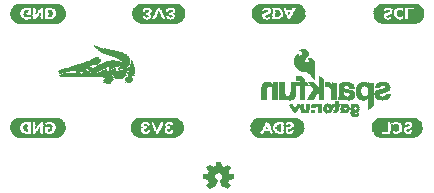
<source format=gbo>
G75*
%MOIN*%
%OFA0B0*%
%FSLAX25Y25*%
%IPPOS*%
%LPD*%
%AMOC8*
5,1,8,0,0,1.08239X$1,22.5*
%
%ADD10C,0.00300*%
%ADD11C,0.00299*%
%ADD12R,0.12756X0.00157*%
%ADD13R,0.13701X0.00157*%
%ADD14R,0.14331X0.00157*%
%ADD15R,0.14961X0.00157*%
%ADD16R,0.15276X0.00157*%
%ADD17R,0.15591X0.00157*%
%ADD18R,0.15906X0.00157*%
%ADD19R,0.03780X0.00157*%
%ADD20R,0.07087X0.00157*%
%ADD21R,0.03465X0.00157*%
%ADD22R,0.01102X0.00157*%
%ADD23R,0.02362X0.00157*%
%ADD24R,0.03307X0.00157*%
%ADD25R,0.00787X0.00157*%
%ADD26R,0.00630X0.00157*%
%ADD27R,0.02047X0.00157*%
%ADD28R,0.03150X0.00157*%
%ADD29R,0.00472X0.00157*%
%ADD30R,0.01890X0.00157*%
%ADD31R,0.00315X0.00157*%
%ADD32R,0.01732X0.00157*%
%ADD33R,0.01575X0.00157*%
%ADD34R,0.01417X0.00157*%
%ADD35R,0.01260X0.00157*%
%ADD36R,0.04409X0.00157*%
%ADD37R,0.00945X0.00157*%
%ADD38R,0.03622X0.00157*%
%ADD39R,0.02205X0.00157*%
%ADD40R,0.05039X0.00157*%
%ADD41R,0.00157X0.00157*%
%ADD42R,0.02992X0.00157*%
%ADD43R,0.02520X0.00157*%
%ADD44R,0.14646X0.00157*%
%ADD45R,0.16220X0.00157*%
%ADD46R,0.16535X0.00157*%
%ADD47R,0.16850X0.00157*%
%ADD48R,0.04252X0.00157*%
%ADD49R,0.11969X0.00157*%
%ADD50R,0.04094X0.00157*%
%ADD51R,0.02835X0.00157*%
%ADD52R,0.03937X0.00157*%
%ADD53R,0.12126X0.00157*%
%ADD54R,0.13071X0.00157*%
%ADD55R,0.04882X0.00157*%
%ADD56R,0.05197X0.00157*%
%ADD57R,0.02677X0.00157*%
%ADD58R,0.14016X0.00157*%
%ADD59R,0.04567X0.00157*%
%ADD60R,0.05354X0.00157*%
%ADD61R,0.00197X0.00079*%
%ADD62R,0.00315X0.00079*%
%ADD63R,0.00709X0.00118*%
%ADD64R,0.00984X0.00079*%
%ADD65R,0.01102X0.00118*%
%ADD66R,0.01181X0.00079*%
%ADD67R,0.01142X0.00118*%
%ADD68R,0.01929X0.00118*%
%ADD69R,0.02047X0.00079*%
%ADD70R,0.00591X0.00118*%
%ADD71R,0.02047X0.00118*%
%ADD72R,0.02992X0.00079*%
%ADD73R,0.00394X0.00118*%
%ADD74R,0.02992X0.00118*%
%ADD75R,0.04094X0.00079*%
%ADD76R,0.00354X0.00118*%
%ADD77R,0.04055X0.00118*%
%ADD78R,0.00591X0.00079*%
%ADD79R,0.03976X0.00079*%
%ADD80R,0.05236X0.00079*%
%ADD81R,0.05276X0.00118*%
%ADD82R,0.00472X0.00079*%
%ADD83R,0.05276X0.00079*%
%ADD84R,0.06142X0.00118*%
%ADD85R,0.05906X0.00079*%
%ADD86R,0.05827X0.00118*%
%ADD87R,0.06811X0.00079*%
%ADD88R,0.06732X0.00118*%
%ADD89R,0.06614X0.00079*%
%ADD90R,0.06693X0.00118*%
%ADD91R,0.06299X0.00079*%
%ADD92R,0.06417X0.00118*%
%ADD93R,0.06732X0.00079*%
%ADD94R,0.06299X0.00118*%
%ADD95R,0.06417X0.00079*%
%ADD96R,0.06220X0.00118*%
%ADD97R,0.05866X0.00079*%
%ADD98R,0.05630X0.00118*%
%ADD99R,0.05433X0.00079*%
%ADD100R,0.05354X0.00118*%
%ADD101R,0.05039X0.00079*%
%ADD102R,0.04843X0.00118*%
%ADD103R,0.04764X0.00079*%
%ADD104R,0.04449X0.00118*%
%ADD105R,0.00787X0.00118*%
%ADD106R,0.04173X0.00079*%
%ADD107R,0.01260X0.00079*%
%ADD108R,0.04173X0.00118*%
%ADD109R,0.01732X0.00118*%
%ADD110R,0.03819X0.00079*%
%ADD111R,0.01929X0.00079*%
%ADD112R,0.03701X0.00118*%
%ADD113R,0.02323X0.00118*%
%ADD114R,0.03583X0.00079*%
%ADD115R,0.02520X0.00079*%
%ADD116R,0.03425X0.00118*%
%ADD117R,0.02717X0.00118*%
%ADD118R,0.03425X0.00079*%
%ADD119R,0.02913X0.00079*%
%ADD120R,0.03228X0.00079*%
%ADD121R,0.03110X0.00079*%
%ADD122R,0.00276X0.00118*%
%ADD123R,0.03110X0.00118*%
%ADD124R,0.03307X0.00118*%
%ADD125R,0.00276X0.00079*%
%ADD126R,0.03031X0.00079*%
%ADD127R,0.03504X0.00079*%
%ADD128R,0.02913X0.00118*%
%ADD129R,0.03583X0.00118*%
%ADD130R,0.00394X0.00079*%
%ADD131R,0.02835X0.00079*%
%ADD132R,0.03701X0.00079*%
%ADD133R,0.03465X0.00118*%
%ADD134R,0.04094X0.00118*%
%ADD135R,0.02638X0.00079*%
%ADD136R,0.04291X0.00079*%
%ADD137R,0.02520X0.00118*%
%ADD138R,0.04370X0.00118*%
%ADD139R,0.05354X0.00079*%
%ADD140R,0.04961X0.00079*%
%ADD141R,0.02362X0.00118*%
%ADD142R,0.04961X0.00118*%
%ADD143R,0.02362X0.00079*%
%ADD144R,0.05945X0.00079*%
%ADD145R,0.05118X0.00079*%
%ADD146R,0.00669X0.00118*%
%ADD147R,0.06614X0.00118*%
%ADD148R,0.05433X0.00118*%
%ADD149R,0.00669X0.00079*%
%ADD150R,0.09331X0.00079*%
%ADD151R,0.05551X0.00079*%
%ADD152R,0.00748X0.00118*%
%ADD153R,0.09528X0.00118*%
%ADD154R,0.05669X0.00118*%
%ADD155R,0.00748X0.00079*%
%ADD156R,0.09724X0.00079*%
%ADD157R,0.06024X0.00079*%
%ADD158R,0.00866X0.00118*%
%ADD159R,0.09724X0.00118*%
%ADD160R,0.10000X0.00079*%
%ADD161R,0.01142X0.00079*%
%ADD162R,0.10039X0.00079*%
%ADD163R,0.10000X0.00118*%
%ADD164R,0.05157X0.00118*%
%ADD165R,0.10276X0.00079*%
%ADD166R,0.01260X0.00118*%
%ADD167R,0.10394X0.00118*%
%ADD168R,0.05236X0.00118*%
%ADD169R,0.05157X0.00079*%
%ADD170R,0.01339X0.00118*%
%ADD171R,0.05551X0.00118*%
%ADD172R,0.01457X0.00079*%
%ADD173R,0.05827X0.00079*%
%ADD174R,0.01575X0.00118*%
%ADD175R,0.02441X0.00118*%
%ADD176R,0.03504X0.00118*%
%ADD177R,0.05866X0.00118*%
%ADD178R,0.01772X0.00079*%
%ADD179R,0.02717X0.00079*%
%ADD180R,0.02323X0.00079*%
%ADD181R,0.03780X0.00079*%
%ADD182R,0.01850X0.00118*%
%ADD183R,0.02638X0.00118*%
%ADD184R,0.00315X0.00118*%
%ADD185R,0.06496X0.00118*%
%ADD186R,0.01969X0.00079*%
%ADD187R,0.02441X0.00079*%
%ADD188R,0.01850X0.00079*%
%ADD189R,0.03858X0.00079*%
%ADD190R,0.06693X0.00079*%
%ADD191R,0.02165X0.00118*%
%ADD192R,0.01654X0.00118*%
%ADD193R,0.07205X0.00118*%
%ADD194R,0.04921X0.00079*%
%ADD195R,0.04409X0.00079*%
%ADD196R,0.01063X0.00118*%
%ADD197R,0.00984X0.00118*%
%ADD198R,0.04488X0.00118*%
%ADD199R,0.02795X0.00079*%
%ADD200R,0.01378X0.00079*%
%ADD201R,0.00866X0.00079*%
%ADD202R,0.04685X0.00079*%
%ADD203R,0.00906X0.00118*%
%ADD204R,0.00472X0.00118*%
%ADD205R,0.04567X0.00118*%
%ADD206R,0.00945X0.00079*%
%ADD207R,0.00787X0.00079*%
%ADD208R,0.04449X0.00079*%
%ADD209R,0.01811X0.00079*%
%ADD210R,0.04882X0.00079*%
%ADD211R,0.00906X0.00079*%
%ADD212R,0.04370X0.00079*%
%ADD213R,0.02598X0.00118*%
%ADD214R,0.05039X0.00118*%
%ADD215R,0.01535X0.00079*%
%ADD216R,0.04055X0.00079*%
%ADD217R,0.03228X0.00118*%
%ADD218R,0.03780X0.00118*%
%ADD219R,0.03386X0.00079*%
%ADD220R,0.01969X0.00118*%
%ADD221R,0.02244X0.00118*%
%ADD222R,0.03189X0.00118*%
%ADD223R,0.03622X0.00079*%
%ADD224R,0.01457X0.00118*%
%ADD225R,0.02835X0.00118*%
%ADD226R,0.08937X0.00079*%
%ADD227R,0.09134X0.00118*%
%ADD228R,0.01535X0.00118*%
%ADD229R,0.09252X0.00079*%
%ADD230R,0.02126X0.00079*%
%ADD231R,0.01654X0.00079*%
%ADD232R,0.09843X0.00118*%
%ADD233R,0.02008X0.00118*%
%ADD234R,0.09921X0.00079*%
%ADD235R,0.00079X0.00079*%
%ADD236R,0.10512X0.00118*%
%ADD237R,0.03031X0.00118*%
%ADD238R,0.04685X0.00118*%
%ADD239R,0.14488X0.00079*%
%ADD240R,0.06142X0.00079*%
%ADD241R,0.00709X0.00079*%
%ADD242R,0.01496X0.00079*%
%ADD243R,0.14685X0.00079*%
%ADD244R,0.01496X0.00118*%
%ADD245R,0.16811X0.00118*%
%ADD246R,0.04646X0.00079*%
%ADD247R,0.16890X0.00079*%
%ADD248R,0.00512X0.00118*%
%ADD249R,0.01299X0.00118*%
%ADD250R,0.17008X0.00118*%
%ADD251R,0.01299X0.00079*%
%ADD252R,0.17205X0.00079*%
%ADD253R,0.17323X0.00118*%
%ADD254R,0.17402X0.00079*%
%ADD255R,0.03622X0.00118*%
%ADD256R,0.17402X0.00118*%
%ADD257R,0.01378X0.00118*%
%ADD258R,0.03386X0.00118*%
%ADD259R,0.02008X0.00079*%
%ADD260R,0.03150X0.00079*%
%ADD261R,0.02126X0.00118*%
%ADD262R,0.02205X0.00079*%
%ADD263R,0.03150X0.00118*%
%ADD264R,0.02953X0.00118*%
%ADD265R,0.02756X0.00079*%
%ADD266R,0.02559X0.00079*%
%ADD267R,0.00197X0.00118*%
D10*
X0253318Y0278794D02*
X0253672Y0279148D01*
X0254262Y0279620D01*
X0254617Y0279975D01*
X0254814Y0280132D01*
X0254814Y0287416D01*
X0254656Y0287455D01*
X0254459Y0287494D01*
X0254262Y0287494D01*
X0254105Y0287534D01*
X0253908Y0287573D01*
X0253751Y0287613D01*
X0253357Y0287691D01*
X0253357Y0286983D01*
X0253199Y0287180D01*
X0253042Y0287337D01*
X0252845Y0287494D01*
X0252451Y0287731D01*
X0251979Y0287809D01*
X0251703Y0287809D01*
X0251113Y0287770D01*
X0250562Y0287573D01*
X0250129Y0287298D01*
X0249774Y0286904D01*
X0249499Y0286471D01*
X0249341Y0285959D01*
X0249223Y0285408D01*
X0249184Y0284817D01*
X0250719Y0284857D01*
X0250719Y0285211D01*
X0250759Y0285526D01*
X0250877Y0285841D01*
X0250995Y0286117D01*
X0251192Y0286353D01*
X0251428Y0286510D01*
X0251703Y0286628D01*
X0252058Y0286668D01*
X0252373Y0286628D01*
X0252688Y0286510D01*
X0252885Y0286353D01*
X0253081Y0286117D01*
X0253199Y0285841D01*
X0253318Y0285526D01*
X0253357Y0285211D01*
X0253357Y0284542D01*
X0253199Y0283912D01*
X0253081Y0283636D01*
X0252885Y0283439D01*
X0252648Y0283243D01*
X0252373Y0283164D01*
X0252018Y0283124D01*
X0251703Y0283164D01*
X0251388Y0283243D01*
X0251152Y0283439D01*
X0250995Y0283636D01*
X0250877Y0283912D01*
X0249538Y0283282D01*
X0249774Y0282849D01*
X0250129Y0282494D01*
X0250562Y0282180D01*
X0251034Y0282022D01*
X0251625Y0281943D01*
X0252333Y0282061D01*
X0252570Y0282180D01*
X0252963Y0282416D01*
X0253278Y0282809D01*
X0253318Y0282809D01*
X0253318Y0278794D01*
X0253318Y0279012D02*
X0253536Y0279012D01*
X0253318Y0279311D02*
X0253876Y0279311D01*
X0254249Y0279609D02*
X0253318Y0279609D01*
X0253318Y0279908D02*
X0254550Y0279908D01*
X0254814Y0280206D02*
X0253318Y0280206D01*
X0253318Y0280505D02*
X0254814Y0280505D01*
X0254814Y0280803D02*
X0253318Y0280803D01*
X0253318Y0281102D02*
X0254814Y0281102D01*
X0254814Y0281401D02*
X0253318Y0281401D01*
X0253318Y0281699D02*
X0254814Y0281699D01*
X0254814Y0281998D02*
X0253318Y0281998D01*
X0253318Y0282296D02*
X0254814Y0282296D01*
X0254814Y0282595D02*
X0253318Y0282595D01*
X0253106Y0282595D02*
X0250029Y0282595D01*
X0249750Y0282893D02*
X0254814Y0282893D01*
X0254814Y0283192D02*
X0252470Y0283192D01*
X0252935Y0283490D02*
X0254814Y0283490D01*
X0254814Y0283789D02*
X0253147Y0283789D01*
X0253243Y0284087D02*
X0254814Y0284087D01*
X0254814Y0284386D02*
X0253318Y0284386D01*
X0253357Y0284684D02*
X0254814Y0284684D01*
X0254814Y0284983D02*
X0253357Y0284983D01*
X0253348Y0285281D02*
X0254814Y0285281D01*
X0254814Y0285580D02*
X0253297Y0285580D01*
X0253184Y0285878D02*
X0254814Y0285878D01*
X0254814Y0286177D02*
X0253031Y0286177D01*
X0252731Y0286475D02*
X0254814Y0286475D01*
X0254814Y0286774D02*
X0249691Y0286774D01*
X0249501Y0286475D02*
X0251375Y0286475D01*
X0251045Y0286177D02*
X0249408Y0286177D01*
X0249324Y0285878D02*
X0250893Y0285878D01*
X0250779Y0285580D02*
X0249260Y0285580D01*
X0249215Y0285281D02*
X0250728Y0285281D01*
X0250719Y0284983D02*
X0249195Y0284983D01*
X0249184Y0284817D02*
X0249223Y0284266D01*
X0249341Y0283754D01*
X0249538Y0283282D01*
X0250877Y0283912D01*
X0250759Y0284227D01*
X0250719Y0284542D01*
X0250719Y0284857D01*
X0249184Y0284817D01*
X0249193Y0284684D02*
X0250719Y0284684D01*
X0250739Y0284386D02*
X0249215Y0284386D01*
X0249264Y0284087D02*
X0250811Y0284087D01*
X0250929Y0283789D02*
X0250615Y0283789D01*
X0249333Y0283789D01*
X0249451Y0283490D02*
X0249980Y0283490D01*
X0251112Y0283490D01*
X0251592Y0283192D02*
X0249587Y0283192D01*
X0248711Y0283203D02*
X0248711Y0283400D01*
X0248751Y0283597D01*
X0248672Y0284030D01*
X0248554Y0284384D01*
X0248396Y0284660D01*
X0248121Y0284896D01*
X0247845Y0285054D01*
X0247530Y0285172D01*
X0247215Y0285250D01*
X0246861Y0285290D01*
X0246546Y0284463D01*
X0246664Y0284424D01*
X0246743Y0284384D01*
X0246782Y0284345D01*
X0246940Y0284266D01*
X0246979Y0284227D01*
X0247058Y0284187D01*
X0247176Y0283951D01*
X0247176Y0283872D01*
X0247215Y0283794D01*
X0247215Y0283597D01*
X0247176Y0283479D01*
X0247176Y0283400D01*
X0247136Y0283321D01*
X0247097Y0283282D01*
X0247058Y0283203D01*
X0246979Y0283164D01*
X0246940Y0283124D01*
X0246782Y0283046D01*
X0246703Y0283046D01*
X0246625Y0283006D01*
X0246546Y0283006D01*
X0246467Y0282967D01*
X0246270Y0282967D01*
X0246073Y0283006D01*
X0245877Y0283006D01*
X0245719Y0283085D01*
X0245562Y0283124D01*
X0245444Y0283203D01*
X0245365Y0283282D01*
X0245286Y0283400D01*
X0245207Y0283479D01*
X0245129Y0283715D01*
X0245089Y0283794D01*
X0245050Y0283912D01*
X0245050Y0284817D01*
X0245129Y0284739D01*
X0245207Y0284739D01*
X0245365Y0284660D01*
X0245444Y0284660D01*
X0245522Y0284620D01*
X0245680Y0284620D01*
X0245877Y0285408D01*
X0245601Y0285487D01*
X0245365Y0285565D01*
X0245168Y0285683D01*
X0245050Y0285841D01*
X0245050Y0286274D01*
X0245168Y0286510D01*
X0245207Y0286550D01*
X0245247Y0286628D01*
X0245483Y0286746D01*
X0245562Y0286746D01*
X0245640Y0286786D01*
X0246349Y0286786D01*
X0246743Y0286589D01*
X0246900Y0286431D01*
X0246940Y0286353D01*
X0246979Y0286235D01*
X0247018Y0286156D01*
X0247018Y0285959D01*
X0248554Y0285959D01*
X0248475Y0286431D01*
X0248396Y0286668D01*
X0248278Y0286825D01*
X0248160Y0287022D01*
X0248042Y0287180D01*
X0247885Y0287298D01*
X0247491Y0287534D01*
X0247294Y0287613D01*
X0247097Y0287652D01*
X0246861Y0287731D01*
X0246625Y0287770D01*
X0246428Y0287809D01*
X0245522Y0287809D01*
X0245325Y0287770D01*
X0245089Y0287770D01*
X0244892Y0287731D01*
X0244696Y0287652D01*
X0244499Y0287613D01*
X0244302Y0287534D01*
X0243829Y0287180D01*
X0243711Y0287022D01*
X0243633Y0286865D01*
X0243554Y0286668D01*
X0243514Y0286471D01*
X0243514Y0283046D01*
X0243475Y0282967D01*
X0243475Y0282613D01*
X0243436Y0282534D01*
X0243436Y0282455D01*
X0243396Y0282376D01*
X0243396Y0282258D01*
X0243357Y0282180D01*
X0243318Y0282140D01*
X0243318Y0282101D01*
X0244853Y0282101D01*
X0244853Y0282140D01*
X0244892Y0282180D01*
X0244892Y0282219D01*
X0244932Y0282258D01*
X0244932Y0282376D01*
X0244971Y0282416D01*
X0244971Y0282652D01*
X0245050Y0282534D01*
X0245168Y0282455D01*
X0245247Y0282376D01*
X0245365Y0282298D01*
X0245483Y0282258D01*
X0245601Y0282180D01*
X0246073Y0282022D01*
X0246192Y0282022D01*
X0246310Y0281983D01*
X0246467Y0281983D01*
X0246585Y0281943D01*
X0247018Y0281943D01*
X0247215Y0281983D01*
X0247412Y0281983D01*
X0247570Y0282022D01*
X0247766Y0282101D01*
X0247924Y0282180D01*
X0248042Y0282258D01*
X0248199Y0282337D01*
X0248318Y0282455D01*
X0248396Y0282573D01*
X0248514Y0282731D01*
X0248593Y0282849D01*
X0248633Y0283046D01*
X0248711Y0283203D01*
X0248705Y0283192D02*
X0247035Y0283192D01*
X0247180Y0283490D02*
X0248729Y0283490D01*
X0248716Y0283789D02*
X0247215Y0283789D01*
X0247108Y0284087D02*
X0248653Y0284087D01*
X0248553Y0284386D02*
X0246740Y0284386D01*
X0246546Y0284463D02*
X0246861Y0285290D01*
X0246152Y0285369D01*
X0245877Y0285408D01*
X0245680Y0284620D01*
X0245759Y0284581D01*
X0245837Y0284581D01*
X0245955Y0284542D01*
X0246113Y0284542D01*
X0246231Y0284502D01*
X0246388Y0284502D01*
X0246467Y0284463D01*
X0246546Y0284463D01*
X0246630Y0284684D02*
X0245696Y0284684D01*
X0245316Y0284684D01*
X0245050Y0284684D02*
X0243514Y0284684D01*
X0243514Y0284386D02*
X0245050Y0284386D01*
X0245050Y0284087D02*
X0243514Y0284087D01*
X0243514Y0283789D02*
X0245092Y0283789D01*
X0245204Y0283490D02*
X0243514Y0283490D01*
X0243514Y0283192D02*
X0245461Y0283192D01*
X0245009Y0282595D02*
X0248412Y0282595D01*
X0248602Y0282893D02*
X0243475Y0282893D01*
X0243466Y0282595D02*
X0244971Y0282595D01*
X0244932Y0282296D02*
X0243396Y0282296D01*
X0242648Y0282296D02*
X0241113Y0282296D01*
X0241113Y0282101D02*
X0242648Y0282101D01*
X0242648Y0287416D01*
X0242451Y0287455D01*
X0242294Y0287494D01*
X0242097Y0287494D01*
X0241900Y0287534D01*
X0241743Y0287573D01*
X0241349Y0287652D01*
X0241192Y0287691D01*
X0241192Y0286628D01*
X0241034Y0286904D01*
X0240877Y0287101D01*
X0240680Y0287337D01*
X0240483Y0287494D01*
X0240207Y0287652D01*
X0239971Y0287731D01*
X0239696Y0287809D01*
X0239144Y0287809D01*
X0239105Y0287770D01*
X0239066Y0287770D01*
X0239066Y0286353D01*
X0239105Y0286353D01*
X0239184Y0286392D01*
X0239617Y0286392D01*
X0240010Y0286353D01*
X0240325Y0286274D01*
X0240601Y0286117D01*
X0240798Y0285880D01*
X0240955Y0285605D01*
X0241034Y0285329D01*
X0241113Y0284975D01*
X0241113Y0282101D01*
X0241113Y0282595D02*
X0242648Y0282595D01*
X0242648Y0282893D02*
X0241113Y0282893D01*
X0241113Y0283192D02*
X0242648Y0283192D01*
X0242648Y0283490D02*
X0241113Y0283490D01*
X0241113Y0283789D02*
X0242648Y0283789D01*
X0242648Y0284087D02*
X0241113Y0284087D01*
X0241113Y0284386D02*
X0242648Y0284386D01*
X0242648Y0284684D02*
X0241113Y0284684D01*
X0241111Y0284983D02*
X0242648Y0284983D01*
X0242648Y0285281D02*
X0241045Y0285281D01*
X0240963Y0285580D02*
X0242648Y0285580D01*
X0242648Y0285878D02*
X0240799Y0285878D01*
X0240496Y0286177D02*
X0242648Y0286177D01*
X0242648Y0286475D02*
X0239066Y0286475D01*
X0239066Y0286774D02*
X0241109Y0286774D01*
X0241192Y0286774D02*
X0242648Y0286774D01*
X0242648Y0287072D02*
X0241192Y0287072D01*
X0240899Y0287072D02*
X0239066Y0287072D01*
X0239066Y0287371D02*
X0240638Y0287371D01*
X0241192Y0287371D02*
X0242648Y0287371D01*
X0243596Y0286774D02*
X0245616Y0286774D01*
X0245150Y0286475D02*
X0243515Y0286475D01*
X0243514Y0286177D02*
X0245050Y0286177D01*
X0245050Y0285878D02*
X0243514Y0285878D01*
X0243514Y0285580D02*
X0245341Y0285580D01*
X0245845Y0285281D02*
X0243514Y0285281D01*
X0243514Y0284983D02*
X0245770Y0284983D01*
X0246744Y0284983D01*
X0247969Y0284983D01*
X0248368Y0284684D02*
X0246630Y0284684D01*
X0246858Y0285281D02*
X0245845Y0285281D01*
X0246858Y0285281D02*
X0246938Y0285281D01*
X0247008Y0286177D02*
X0248518Y0286177D01*
X0248460Y0286475D02*
X0246857Y0286475D01*
X0246373Y0286774D02*
X0248317Y0286774D01*
X0248122Y0287072D02*
X0243749Y0287072D01*
X0244084Y0287371D02*
X0247763Y0287371D01*
X0247045Y0287669D02*
X0244739Y0287669D01*
X0241280Y0287669D02*
X0241192Y0287669D01*
X0240155Y0287669D02*
X0239066Y0287669D01*
X0238475Y0287669D02*
X0236940Y0287669D01*
X0236940Y0287371D02*
X0238475Y0287371D01*
X0238475Y0287072D02*
X0236940Y0287072D01*
X0236940Y0286774D02*
X0238475Y0286774D01*
X0238475Y0286475D02*
X0236940Y0286475D01*
X0236940Y0286177D02*
X0238475Y0286177D01*
X0238475Y0285878D02*
X0236940Y0285878D01*
X0236753Y0285878D02*
X0235047Y0285878D01*
X0235286Y0285644D02*
X0233199Y0287691D01*
X0235010Y0287691D01*
X0236940Y0285683D01*
X0236940Y0289778D01*
X0238475Y0288951D01*
X0238475Y0282101D01*
X0236940Y0282101D01*
X0236940Y0284030D01*
X0236349Y0284581D01*
X0234814Y0282101D01*
X0232963Y0282101D01*
X0235286Y0285644D01*
X0235244Y0285580D02*
X0238475Y0285580D01*
X0238475Y0285281D02*
X0235048Y0285281D01*
X0234852Y0284983D02*
X0238475Y0284983D01*
X0238475Y0284684D02*
X0234657Y0284684D01*
X0234461Y0284386D02*
X0236228Y0284386D01*
X0236559Y0284386D02*
X0238475Y0284386D01*
X0238475Y0284087D02*
X0236878Y0284087D01*
X0236940Y0283789D02*
X0238475Y0283789D01*
X0238475Y0283490D02*
X0236940Y0283490D01*
X0236940Y0283192D02*
X0238475Y0283192D01*
X0238475Y0282893D02*
X0236940Y0282893D01*
X0236940Y0282595D02*
X0238475Y0282595D01*
X0238475Y0282296D02*
X0236940Y0282296D01*
X0235489Y0283192D02*
X0233678Y0283192D01*
X0233874Y0283490D02*
X0235674Y0283490D01*
X0235858Y0283789D02*
X0234070Y0283789D01*
X0234265Y0284087D02*
X0236043Y0284087D01*
X0235304Y0282893D02*
X0233483Y0282893D01*
X0233287Y0282595D02*
X0235119Y0282595D01*
X0234935Y0282296D02*
X0233091Y0282296D01*
X0232018Y0282296D02*
X0230522Y0282296D01*
X0230522Y0282101D02*
X0232018Y0282101D01*
X0232018Y0286668D01*
X0233554Y0286668D01*
X0233396Y0286786D01*
X0232766Y0287416D01*
X0232609Y0287534D01*
X0232491Y0287691D01*
X0232018Y0287691D01*
X0232018Y0288479D01*
X0231900Y0288794D01*
X0231782Y0289069D01*
X0231585Y0289306D01*
X0231310Y0289502D01*
X0230995Y0289660D01*
X0230601Y0289778D01*
X0229459Y0289778D01*
X0229381Y0289739D01*
X0229381Y0288636D01*
X0230050Y0288636D01*
X0230207Y0288597D01*
X0230365Y0288518D01*
X0230444Y0288400D01*
X0230483Y0288321D01*
X0230483Y0288164D01*
X0230522Y0288006D01*
X0230522Y0287691D01*
X0229459Y0287691D01*
X0229459Y0286668D01*
X0230522Y0286668D01*
X0230522Y0282101D01*
X0230522Y0282595D02*
X0232018Y0282595D01*
X0232018Y0282893D02*
X0230522Y0282893D01*
X0230522Y0283192D02*
X0232018Y0283192D01*
X0232018Y0283490D02*
X0230522Y0283490D01*
X0230522Y0283789D02*
X0232018Y0283789D01*
X0232018Y0284087D02*
X0230522Y0284087D01*
X0230522Y0284386D02*
X0232018Y0284386D01*
X0232018Y0284684D02*
X0230522Y0284684D01*
X0230522Y0284983D02*
X0232018Y0284983D01*
X0232018Y0285281D02*
X0230522Y0285281D01*
X0230522Y0285580D02*
X0232018Y0285580D01*
X0232018Y0285878D02*
X0230522Y0285878D01*
X0230522Y0286177D02*
X0232018Y0286177D01*
X0232018Y0286475D02*
X0230522Y0286475D01*
X0229459Y0286774D02*
X0233412Y0286774D01*
X0233110Y0287072D02*
X0229459Y0287072D01*
X0229459Y0287371D02*
X0232811Y0287371D01*
X0232507Y0287669D02*
X0229459Y0287669D01*
X0228987Y0287669D02*
X0227491Y0287669D01*
X0227491Y0287691D02*
X0227491Y0284542D01*
X0227412Y0283912D01*
X0227373Y0283676D01*
X0227136Y0283361D01*
X0226940Y0283243D01*
X0226743Y0283203D01*
X0226507Y0283164D01*
X0226192Y0283203D01*
X0225955Y0283243D01*
X0225759Y0283361D01*
X0225601Y0283518D01*
X0225483Y0283754D01*
X0225365Y0284030D01*
X0225325Y0284345D01*
X0225325Y0287691D01*
X0223790Y0287691D01*
X0223790Y0282101D01*
X0225247Y0282101D01*
X0225247Y0282888D01*
X0225286Y0282888D01*
X0225444Y0282652D01*
X0225601Y0282455D01*
X0225798Y0282298D01*
X0226034Y0282180D01*
X0226231Y0282101D01*
X0226467Y0282022D01*
X0226743Y0281983D01*
X0226979Y0281943D01*
X0227530Y0281983D01*
X0227963Y0282140D01*
X0228318Y0282337D01*
X0228593Y0282573D01*
X0228790Y0282928D01*
X0228908Y0283321D01*
X0228987Y0283754D01*
X0228987Y0287691D01*
X0227491Y0287691D01*
X0227491Y0287371D02*
X0228987Y0287371D01*
X0228987Y0287072D02*
X0227491Y0287072D01*
X0227491Y0286774D02*
X0228987Y0286774D01*
X0228987Y0286475D02*
X0227491Y0286475D01*
X0227491Y0286177D02*
X0228987Y0286177D01*
X0228987Y0285878D02*
X0227491Y0285878D01*
X0227491Y0285580D02*
X0228987Y0285580D01*
X0228987Y0285281D02*
X0227491Y0285281D01*
X0227491Y0284983D02*
X0228987Y0284983D01*
X0228987Y0284684D02*
X0227491Y0284684D01*
X0227471Y0284386D02*
X0228987Y0284386D01*
X0228987Y0284087D02*
X0227434Y0284087D01*
X0227392Y0283789D02*
X0228987Y0283789D01*
X0228939Y0283490D02*
X0227234Y0283490D01*
X0226673Y0283192D02*
X0228869Y0283192D01*
X0228771Y0282893D02*
X0223790Y0282893D01*
X0223790Y0282595D02*
X0225247Y0282595D01*
X0225489Y0282595D02*
X0228605Y0282595D01*
X0228244Y0282296D02*
X0225801Y0282296D01*
X0225247Y0282296D02*
X0223790Y0282296D01*
X0222963Y0282296D02*
X0221428Y0282296D01*
X0221428Y0282101D02*
X0222963Y0282101D01*
X0222963Y0287691D01*
X0221507Y0287691D01*
X0221507Y0286904D01*
X0221467Y0286904D01*
X0221310Y0287140D01*
X0221152Y0287298D01*
X0220955Y0287455D01*
X0220719Y0287613D01*
X0220247Y0287770D01*
X0220010Y0287809D01*
X0219774Y0287809D01*
X0219223Y0287770D01*
X0218790Y0287652D01*
X0218436Y0287455D01*
X0218160Y0287180D01*
X0217963Y0286865D01*
X0217845Y0286471D01*
X0217766Y0286038D01*
X0217727Y0285526D01*
X0217727Y0282101D01*
X0219262Y0282101D01*
X0219262Y0285250D01*
X0219302Y0285565D01*
X0219341Y0285841D01*
X0219381Y0286077D01*
X0219499Y0286274D01*
X0219617Y0286431D01*
X0219814Y0286550D01*
X0220010Y0286589D01*
X0220247Y0286628D01*
X0220562Y0286589D01*
X0220798Y0286550D01*
X0220995Y0286431D01*
X0221152Y0286235D01*
X0221270Y0286038D01*
X0221388Y0285762D01*
X0221428Y0285408D01*
X0221428Y0282101D01*
X0221428Y0282595D02*
X0222963Y0282595D01*
X0222963Y0282893D02*
X0221428Y0282893D01*
X0221428Y0283192D02*
X0222963Y0283192D01*
X0222963Y0283490D02*
X0221428Y0283490D01*
X0221428Y0283789D02*
X0222963Y0283789D01*
X0222963Y0284087D02*
X0221428Y0284087D01*
X0221428Y0284386D02*
X0222963Y0284386D01*
X0222963Y0284684D02*
X0221428Y0284684D01*
X0221428Y0284983D02*
X0222963Y0284983D01*
X0222963Y0285281D02*
X0221428Y0285281D01*
X0221409Y0285580D02*
X0222963Y0285580D01*
X0222963Y0285878D02*
X0221339Y0285878D01*
X0221187Y0286177D02*
X0222963Y0286177D01*
X0222963Y0286475D02*
X0220922Y0286475D01*
X0221355Y0287072D02*
X0218093Y0287072D01*
X0217936Y0286774D02*
X0222963Y0286774D01*
X0222963Y0287072D02*
X0221507Y0287072D01*
X0221507Y0287371D02*
X0222963Y0287371D01*
X0222963Y0287669D02*
X0221507Y0287669D01*
X0221061Y0287371D02*
X0218351Y0287371D01*
X0218853Y0287669D02*
X0220549Y0287669D01*
X0219690Y0286475D02*
X0217846Y0286475D01*
X0217792Y0286177D02*
X0219440Y0286177D01*
X0219347Y0285878D02*
X0217754Y0285878D01*
X0217731Y0285580D02*
X0219304Y0285580D01*
X0219266Y0285281D02*
X0217727Y0285281D01*
X0217727Y0284983D02*
X0219262Y0284983D01*
X0219262Y0284684D02*
X0217727Y0284684D01*
X0217727Y0284386D02*
X0219262Y0284386D01*
X0219262Y0284087D02*
X0217727Y0284087D01*
X0217727Y0283789D02*
X0219262Y0283789D01*
X0219262Y0283490D02*
X0217727Y0283490D01*
X0217727Y0283192D02*
X0219262Y0283192D01*
X0219262Y0282893D02*
X0217727Y0282893D01*
X0217727Y0282595D02*
X0219262Y0282595D01*
X0219262Y0282296D02*
X0217727Y0282296D01*
X0223790Y0283192D02*
X0226284Y0283192D01*
X0225629Y0283490D02*
X0223790Y0283490D01*
X0223790Y0283789D02*
X0225468Y0283789D01*
X0225358Y0284087D02*
X0223790Y0284087D01*
X0223790Y0284386D02*
X0225325Y0284386D01*
X0225325Y0284684D02*
X0223790Y0284684D01*
X0223790Y0284983D02*
X0225325Y0284983D01*
X0225325Y0285281D02*
X0223790Y0285281D01*
X0223790Y0285580D02*
X0225325Y0285580D01*
X0225325Y0285878D02*
X0223790Y0285878D01*
X0223790Y0286177D02*
X0225325Y0286177D01*
X0225325Y0286475D02*
X0223790Y0286475D01*
X0223790Y0286774D02*
X0225325Y0286774D01*
X0225325Y0287072D02*
X0223790Y0287072D01*
X0223790Y0287371D02*
X0225325Y0287371D01*
X0225325Y0287669D02*
X0223790Y0287669D01*
X0229381Y0288863D02*
X0231870Y0288863D01*
X0231986Y0288565D02*
X0230271Y0288565D01*
X0230483Y0288266D02*
X0232018Y0288266D01*
X0232018Y0287968D02*
X0230522Y0287968D01*
X0229381Y0289162D02*
X0231705Y0289162D01*
X0231369Y0289460D02*
X0229381Y0289460D01*
X0229421Y0289759D02*
X0230665Y0289759D01*
X0231099Y0291550D02*
X0235325Y0291550D01*
X0235325Y0291848D02*
X0230392Y0291848D01*
X0230562Y0291746D02*
X0230168Y0291983D01*
X0229853Y0292258D01*
X0229538Y0292573D01*
X0229262Y0292928D01*
X0228869Y0293636D01*
X0228672Y0294345D01*
X0228633Y0295054D01*
X0228751Y0295683D01*
X0228948Y0296235D01*
X0229223Y0296707D01*
X0229538Y0297061D01*
X0229853Y0297219D01*
X0229853Y0296904D01*
X0229932Y0296668D01*
X0230050Y0296589D01*
X0230168Y0296550D01*
X0230444Y0296550D01*
X0230759Y0296707D01*
X0230877Y0296786D01*
X0231034Y0296904D01*
X0231152Y0296983D01*
X0231270Y0297101D01*
X0231349Y0297258D01*
X0231428Y0297376D01*
X0231467Y0297534D01*
X0231507Y0297652D01*
X0231467Y0297770D01*
X0231428Y0297849D01*
X0231388Y0297967D01*
X0231310Y0298085D01*
X0231152Y0298203D01*
X0230995Y0298282D01*
X0230798Y0298321D01*
X0230640Y0298361D01*
X0230522Y0298361D01*
X0230404Y0298321D01*
X0230286Y0298321D01*
X0230325Y0298361D01*
X0230483Y0298479D01*
X0230719Y0298597D01*
X0231034Y0298715D01*
X0231388Y0298833D01*
X0231782Y0298833D01*
X0232215Y0298754D01*
X0232648Y0298518D01*
X0233003Y0298203D01*
X0233199Y0297928D01*
X0233318Y0297573D01*
X0233318Y0297258D01*
X0233239Y0296904D01*
X0233042Y0296550D01*
X0232766Y0296235D01*
X0232451Y0295880D01*
X0232176Y0295565D01*
X0232058Y0295290D01*
X0232058Y0295014D01*
X0232136Y0294778D01*
X0232294Y0294581D01*
X0232530Y0294424D01*
X0232845Y0294345D01*
X0233160Y0294345D01*
X0233357Y0294384D01*
X0233554Y0294463D01*
X0233672Y0294542D01*
X0233790Y0294660D01*
X0233869Y0294817D01*
X0233908Y0294935D01*
X0233908Y0295054D01*
X0233869Y0295172D01*
X0233790Y0295290D01*
X0233633Y0295447D01*
X0233514Y0295487D01*
X0233357Y0295565D01*
X0233318Y0295605D01*
X0233396Y0295644D01*
X0233475Y0295644D01*
X0233633Y0295683D01*
X0233948Y0295683D01*
X0234184Y0295644D01*
X0234577Y0295487D01*
X0234735Y0295369D01*
X0234932Y0295250D01*
X0235050Y0295054D01*
X0235168Y0294817D01*
X0235247Y0294581D01*
X0235325Y0293872D01*
X0235325Y0288833D01*
X0235286Y0288833D01*
X0235207Y0288951D01*
X0235089Y0289069D01*
X0234971Y0289227D01*
X0234774Y0289424D01*
X0234577Y0289660D01*
X0234341Y0289896D01*
X0234144Y0290172D01*
X0233633Y0290683D01*
X0233436Y0290920D01*
X0233042Y0291235D01*
X0232845Y0291353D01*
X0232609Y0291392D01*
X0231861Y0291392D01*
X0231388Y0291471D01*
X0230955Y0291589D01*
X0230562Y0291746D01*
X0229980Y0292147D02*
X0235325Y0292147D01*
X0235325Y0292445D02*
X0229666Y0292445D01*
X0229405Y0292744D02*
X0235325Y0292744D01*
X0235325Y0293042D02*
X0229199Y0293042D01*
X0229033Y0293341D02*
X0235325Y0293341D01*
X0235325Y0293639D02*
X0228868Y0293639D01*
X0228785Y0293938D02*
X0235318Y0293938D01*
X0235285Y0294237D02*
X0228702Y0294237D01*
X0228661Y0294535D02*
X0232363Y0294535D01*
X0232118Y0294834D02*
X0228645Y0294834D01*
X0228647Y0295132D02*
X0232058Y0295132D01*
X0232118Y0295431D02*
X0228703Y0295431D01*
X0228767Y0295729D02*
X0232319Y0295729D01*
X0232582Y0296028D02*
X0228874Y0296028D01*
X0229001Y0296326D02*
X0232846Y0296326D01*
X0233084Y0296625D02*
X0230594Y0296625D01*
X0231063Y0296923D02*
X0233243Y0296923D01*
X0233309Y0297222D02*
X0231331Y0297222D01*
X0231464Y0297520D02*
X0233318Y0297520D01*
X0233236Y0297819D02*
X0231443Y0297819D01*
X0231267Y0298117D02*
X0233064Y0298117D01*
X0232764Y0298416D02*
X0230399Y0298416D01*
X0231032Y0298714D02*
X0232289Y0298714D01*
X0229853Y0296923D02*
X0229415Y0296923D01*
X0229175Y0296625D02*
X0229996Y0296625D01*
X0233649Y0295431D02*
X0234652Y0295431D01*
X0235003Y0295132D02*
X0233882Y0295132D01*
X0233874Y0294834D02*
X0235160Y0294834D01*
X0235252Y0294535D02*
X0233662Y0294535D01*
X0233014Y0291251D02*
X0235325Y0291251D01*
X0235325Y0290953D02*
X0233394Y0290953D01*
X0233662Y0290654D02*
X0235325Y0290654D01*
X0235325Y0290356D02*
X0233960Y0290356D01*
X0234226Y0290057D02*
X0235325Y0290057D01*
X0235325Y0289759D02*
X0234478Y0289759D01*
X0234744Y0289460D02*
X0235325Y0289460D01*
X0235325Y0289162D02*
X0235020Y0289162D01*
X0235266Y0288863D02*
X0235325Y0288863D01*
X0235032Y0287669D02*
X0233222Y0287669D01*
X0233526Y0287371D02*
X0235319Y0287371D01*
X0235605Y0287072D02*
X0233830Y0287072D01*
X0234135Y0286774D02*
X0235892Y0286774D01*
X0236179Y0286475D02*
X0234439Y0286475D01*
X0234743Y0286177D02*
X0236466Y0286177D01*
X0236940Y0287968D02*
X0238475Y0287968D01*
X0238475Y0288266D02*
X0236940Y0288266D01*
X0236940Y0288565D02*
X0238475Y0288565D01*
X0238475Y0288863D02*
X0236940Y0288863D01*
X0236940Y0289162D02*
X0238084Y0289162D01*
X0237530Y0289460D02*
X0236940Y0289460D01*
X0236940Y0289759D02*
X0236975Y0289759D01*
X0245370Y0282296D02*
X0248118Y0282296D01*
X0247472Y0281998D02*
X0246265Y0281998D01*
X0250401Y0282296D02*
X0252764Y0282296D01*
X0251950Y0281998D02*
X0251218Y0281998D01*
X0255522Y0283400D02*
X0255680Y0282967D01*
X0255916Y0282652D01*
X0256231Y0282376D01*
X0256625Y0282180D01*
X0257058Y0282061D01*
X0257530Y0281983D01*
X0258003Y0281943D01*
X0258475Y0281983D01*
X0258948Y0282061D01*
X0259381Y0282180D01*
X0259774Y0282376D01*
X0260089Y0282652D01*
X0260365Y0283006D01*
X0260522Y0283400D01*
X0260601Y0283912D01*
X0259144Y0283912D01*
X0259144Y0283676D01*
X0259066Y0283479D01*
X0258948Y0283321D01*
X0258633Y0283085D01*
X0258396Y0283046D01*
X0258199Y0283006D01*
X0257963Y0282967D01*
X0257806Y0283006D01*
X0257648Y0283006D01*
X0257491Y0283046D01*
X0257333Y0283124D01*
X0257176Y0283243D01*
X0257058Y0283361D01*
X0256979Y0283676D01*
X0257018Y0283833D01*
X0257097Y0283991D01*
X0257255Y0284109D01*
X0257451Y0284227D01*
X0257688Y0284306D01*
X0258318Y0284463D01*
X0258711Y0284542D01*
X0259066Y0284620D01*
X0259381Y0284739D01*
X0259656Y0284857D01*
X0259932Y0285014D01*
X0260168Y0285172D01*
X0260325Y0285408D01*
X0260444Y0285683D01*
X0260483Y0286038D01*
X0260444Y0286510D01*
X0260286Y0286904D01*
X0260010Y0287219D01*
X0259735Y0287455D01*
X0259341Y0287652D01*
X0258948Y0287731D01*
X0258514Y0287809D01*
X0257609Y0287809D01*
X0257176Y0287731D01*
X0256782Y0287613D01*
X0256428Y0287455D01*
X0256113Y0287219D01*
X0255877Y0286904D01*
X0255680Y0286510D01*
X0255601Y0286038D01*
X0257058Y0286038D01*
X0257097Y0286235D01*
X0257176Y0286431D01*
X0257255Y0286550D01*
X0257373Y0286628D01*
X0257530Y0286707D01*
X0257727Y0286786D01*
X0258396Y0286786D01*
X0258514Y0286746D01*
X0258672Y0286707D01*
X0258790Y0286668D01*
X0258948Y0286431D01*
X0258948Y0286274D01*
X0258908Y0286117D01*
X0258790Y0285959D01*
X0258633Y0285841D01*
X0258396Y0285723D01*
X0258160Y0285644D01*
X0257845Y0285605D01*
X0256900Y0285369D01*
X0256546Y0285290D01*
X0255995Y0284975D01*
X0255759Y0284778D01*
X0255601Y0284542D01*
X0255483Y0284266D01*
X0255444Y0283912D01*
X0255522Y0283400D01*
X0255508Y0283490D02*
X0257025Y0283490D01*
X0257007Y0283789D02*
X0255463Y0283789D01*
X0255463Y0284087D02*
X0257226Y0284087D01*
X0258008Y0284386D02*
X0255534Y0284386D01*
X0255696Y0284684D02*
X0259235Y0284684D01*
X0259877Y0284983D02*
X0256008Y0284983D01*
X0256531Y0285281D02*
X0260241Y0285281D01*
X0260399Y0285580D02*
X0257745Y0285580D01*
X0257086Y0286177D02*
X0255624Y0286177D01*
X0255674Y0286475D02*
X0257205Y0286475D01*
X0257697Y0286774D02*
X0255812Y0286774D01*
X0256003Y0287072D02*
X0260139Y0287072D01*
X0260338Y0286774D02*
X0258433Y0286774D01*
X0258918Y0286475D02*
X0260446Y0286475D01*
X0260471Y0286177D02*
X0258923Y0286177D01*
X0258682Y0285878D02*
X0260465Y0285878D01*
X0259833Y0287371D02*
X0256315Y0287371D01*
X0256971Y0287669D02*
X0259255Y0287669D01*
X0259144Y0283789D02*
X0260582Y0283789D01*
X0260536Y0283490D02*
X0259070Y0283490D01*
X0258775Y0283192D02*
X0260439Y0283192D01*
X0260277Y0282893D02*
X0255735Y0282893D01*
X0255598Y0283192D02*
X0257244Y0283192D01*
X0257441Y0281998D02*
X0258564Y0281998D01*
X0259614Y0282296D02*
X0256392Y0282296D01*
X0255982Y0282595D02*
X0260024Y0282595D01*
X0254814Y0287072D02*
X0253357Y0287072D01*
X0253285Y0287072D02*
X0249926Y0287072D01*
X0250243Y0287371D02*
X0253000Y0287371D01*
X0253357Y0287371D02*
X0254814Y0287371D01*
X0253467Y0287669D02*
X0253357Y0287669D01*
X0252554Y0287669D02*
X0250831Y0287669D01*
X0227571Y0281998D02*
X0226639Y0281998D01*
D11*
X0199449Y0253398D02*
X0200355Y0252492D01*
X0201496Y0253279D01*
X0201536Y0253279D01*
X0201614Y0253201D01*
X0201654Y0253201D01*
X0201693Y0253161D01*
X0201772Y0253161D01*
X0201811Y0253122D01*
X0201851Y0253122D01*
X0201890Y0253083D01*
X0201929Y0253083D01*
X0201969Y0253043D01*
X0202048Y0253043D01*
X0202048Y0253004D01*
X0202835Y0255130D01*
X0202599Y0255248D01*
X0202520Y0255327D01*
X0202441Y0255366D01*
X0202284Y0255523D01*
X0202244Y0255602D01*
X0202166Y0255681D01*
X0202126Y0255760D01*
X0202087Y0255878D01*
X0202048Y0255957D01*
X0202048Y0256035D01*
X0202008Y0256153D01*
X0202008Y0256508D01*
X0202048Y0256626D01*
X0202048Y0256744D01*
X0202126Y0256862D01*
X0202166Y0256980D01*
X0202323Y0257216D01*
X0202481Y0257374D01*
X0202717Y0257531D01*
X0202835Y0257571D01*
X0202953Y0257649D01*
X0203071Y0257649D01*
X0203189Y0257689D01*
X0203465Y0257689D01*
X0203622Y0257649D01*
X0203740Y0257649D01*
X0203859Y0257571D01*
X0203977Y0257531D01*
X0204095Y0257453D01*
X0204173Y0257374D01*
X0204292Y0257295D01*
X0204370Y0257216D01*
X0204528Y0256980D01*
X0204685Y0256508D01*
X0204685Y0256272D01*
X0204646Y0256153D01*
X0204646Y0256035D01*
X0204567Y0255878D01*
X0204528Y0255760D01*
X0204449Y0255602D01*
X0204370Y0255523D01*
X0204331Y0255445D01*
X0204252Y0255366D01*
X0204173Y0255327D01*
X0204095Y0255248D01*
X0203937Y0255169D01*
X0203819Y0255130D01*
X0204607Y0253004D01*
X0204646Y0253043D01*
X0204725Y0253043D01*
X0204764Y0253083D01*
X0204803Y0253083D01*
X0204843Y0253122D01*
X0204882Y0253122D01*
X0204922Y0253161D01*
X0204961Y0253161D01*
X0205000Y0253201D01*
X0205040Y0253201D01*
X0205079Y0253240D01*
X0205118Y0253240D01*
X0205158Y0253279D01*
X0205197Y0253279D01*
X0206339Y0252492D01*
X0207205Y0253398D01*
X0206418Y0254500D01*
X0204052Y0254500D01*
X0203942Y0254798D02*
X0206566Y0254798D01*
X0206575Y0254815D02*
X0206536Y0254736D01*
X0206496Y0254697D01*
X0206457Y0254618D01*
X0206457Y0254579D01*
X0206418Y0254500D01*
X0206575Y0254815D02*
X0206614Y0254854D01*
X0206614Y0254933D01*
X0206654Y0254972D01*
X0206654Y0255051D01*
X0206693Y0255130D01*
X0206733Y0255169D01*
X0206733Y0255248D01*
X0206772Y0255287D01*
X0206772Y0255366D01*
X0206811Y0255445D01*
X0206811Y0255484D01*
X0208189Y0255720D01*
X0208189Y0256980D01*
X0206811Y0257216D01*
X0206811Y0257295D01*
X0206772Y0257374D01*
X0206772Y0257413D01*
X0206733Y0257492D01*
X0206733Y0257531D01*
X0206654Y0257689D01*
X0206654Y0257728D01*
X0206614Y0257807D01*
X0206575Y0257846D01*
X0206575Y0257925D01*
X0206536Y0257964D01*
X0206496Y0258043D01*
X0206457Y0258083D01*
X0206457Y0258161D01*
X0206418Y0258201D01*
X0207205Y0259342D01*
X0206339Y0260209D01*
X0205197Y0259421D01*
X0205118Y0259461D01*
X0205079Y0259500D01*
X0205000Y0259500D01*
X0204961Y0259539D01*
X0204882Y0259579D01*
X0204843Y0259618D01*
X0204764Y0259618D01*
X0204725Y0259657D01*
X0204646Y0259697D01*
X0204607Y0259697D01*
X0204528Y0259736D01*
X0204449Y0259736D01*
X0204410Y0259775D01*
X0204331Y0259775D01*
X0204252Y0259815D01*
X0204213Y0259815D01*
X0203977Y0261193D01*
X0202717Y0261193D01*
X0202481Y0259815D01*
X0202402Y0259815D01*
X0202323Y0259775D01*
X0202284Y0259775D01*
X0202205Y0259736D01*
X0202166Y0259736D01*
X0202087Y0259697D01*
X0202008Y0259697D01*
X0201969Y0259657D01*
X0201890Y0259618D01*
X0201851Y0259618D01*
X0201772Y0259579D01*
X0201733Y0259539D01*
X0201654Y0259500D01*
X0201614Y0259500D01*
X0201536Y0259461D01*
X0201496Y0259421D01*
X0200355Y0260209D01*
X0199449Y0259342D01*
X0200276Y0258201D01*
X0200236Y0258161D01*
X0200197Y0258083D01*
X0200158Y0258043D01*
X0200158Y0257964D01*
X0200118Y0257925D01*
X0200079Y0257846D01*
X0200040Y0257807D01*
X0200040Y0257728D01*
X0200000Y0257689D01*
X0200000Y0257610D01*
X0199961Y0257531D01*
X0199922Y0257492D01*
X0199922Y0257413D01*
X0199882Y0257374D01*
X0199882Y0257216D01*
X0198465Y0256980D01*
X0198465Y0255720D01*
X0199843Y0255484D01*
X0199882Y0255445D01*
X0199882Y0255366D01*
X0199922Y0255287D01*
X0199922Y0255248D01*
X0199961Y0255169D01*
X0199961Y0255130D01*
X0200040Y0254972D01*
X0200040Y0254933D01*
X0200079Y0254854D01*
X0200118Y0254815D01*
X0200158Y0254736D01*
X0200158Y0254697D01*
X0200197Y0254618D01*
X0200236Y0254579D01*
X0200276Y0254500D01*
X0199449Y0253398D01*
X0199538Y0253309D02*
X0202161Y0253309D01*
X0202271Y0253607D02*
X0199606Y0253607D01*
X0199829Y0253904D02*
X0202381Y0253904D01*
X0202491Y0254202D02*
X0200053Y0254202D01*
X0200276Y0254500D02*
X0202602Y0254500D01*
X0202712Y0254798D02*
X0200127Y0254798D01*
X0199978Y0255095D02*
X0202822Y0255095D01*
X0202414Y0255393D02*
X0199882Y0255393D01*
X0198637Y0255691D02*
X0202161Y0255691D01*
X0202048Y0255988D02*
X0198465Y0255988D01*
X0198465Y0256286D02*
X0202008Y0256286D01*
X0202034Y0256584D02*
X0198465Y0256584D01*
X0198465Y0256882D02*
X0202133Y0256882D01*
X0202298Y0257179D02*
X0199660Y0257179D01*
X0199922Y0257477D02*
X0202635Y0257477D01*
X0204058Y0257477D02*
X0206740Y0257477D01*
X0206630Y0257775D02*
X0200040Y0257775D01*
X0200187Y0258073D02*
X0206467Y0258073D01*
X0206535Y0258370D02*
X0200153Y0258370D01*
X0199937Y0258668D02*
X0206740Y0258668D01*
X0206945Y0258966D02*
X0199722Y0258966D01*
X0199506Y0259263D02*
X0207151Y0259263D01*
X0206986Y0259561D02*
X0205400Y0259561D01*
X0204917Y0259561D02*
X0201754Y0259561D01*
X0201293Y0259561D02*
X0199678Y0259561D01*
X0199989Y0259859D02*
X0200862Y0259859D01*
X0200430Y0260157D02*
X0200300Y0260157D01*
X0202488Y0259859D02*
X0204205Y0259859D01*
X0204154Y0260157D02*
X0202539Y0260157D01*
X0202590Y0260454D02*
X0204103Y0260454D01*
X0204052Y0260752D02*
X0202641Y0260752D01*
X0202692Y0261050D02*
X0204001Y0261050D01*
X0205832Y0259859D02*
X0206688Y0259859D01*
X0206391Y0260157D02*
X0206264Y0260157D01*
X0207027Y0257179D02*
X0204395Y0257179D01*
X0204561Y0256882D02*
X0208189Y0256882D01*
X0208189Y0256584D02*
X0204660Y0256584D01*
X0204685Y0256286D02*
X0208189Y0256286D01*
X0208189Y0255988D02*
X0204623Y0255988D01*
X0204493Y0255691D02*
X0208017Y0255691D01*
X0206785Y0255393D02*
X0204279Y0255393D01*
X0203832Y0255095D02*
X0206676Y0255095D01*
X0206630Y0254202D02*
X0204163Y0254202D01*
X0204273Y0253904D02*
X0206843Y0253904D01*
X0207056Y0253607D02*
X0204383Y0253607D01*
X0204494Y0253309D02*
X0207120Y0253309D01*
X0206836Y0253011D02*
X0205586Y0253011D01*
X0206018Y0252714D02*
X0206551Y0252714D01*
X0204614Y0253011D02*
X0204604Y0253011D01*
X0202050Y0253011D02*
X0202048Y0253011D01*
X0201107Y0253011D02*
X0199835Y0253011D01*
X0200133Y0252714D02*
X0200676Y0252714D01*
D12*
X0183121Y0269250D03*
X0183121Y0275550D03*
X0183546Y0307250D03*
X0183546Y0313550D03*
D13*
X0183546Y0313392D03*
X0183546Y0307408D03*
X0143361Y0307250D03*
X0143361Y0313550D03*
X0143306Y0275550D03*
X0143306Y0269250D03*
X0183121Y0269408D03*
X0183121Y0275392D03*
X0263093Y0275235D03*
X0263093Y0269565D03*
X0263573Y0307565D03*
X0263573Y0313235D03*
D14*
X0263573Y0313077D03*
X0263573Y0307723D03*
X0263093Y0275077D03*
X0263093Y0269723D03*
X0183121Y0269565D03*
X0183121Y0275235D03*
X0183546Y0307565D03*
X0183546Y0313235D03*
D15*
X0183546Y0313077D03*
X0183546Y0307723D03*
X0183121Y0275077D03*
X0183121Y0269723D03*
X0263093Y0270038D03*
X0263093Y0274762D03*
X0263573Y0308038D03*
X0263573Y0312762D03*
D16*
X0263573Y0312605D03*
X0263573Y0308195D03*
X0223546Y0307723D03*
X0223546Y0313077D03*
X0183546Y0312920D03*
X0183546Y0307880D03*
X0143361Y0307565D03*
X0143361Y0313235D03*
X0143306Y0275235D03*
X0143306Y0269565D03*
X0183121Y0269880D03*
X0183121Y0274920D03*
X0223121Y0275077D03*
X0223121Y0269723D03*
X0263093Y0270195D03*
X0263093Y0274605D03*
D17*
X0223121Y0274920D03*
X0223121Y0269880D03*
X0183121Y0270038D03*
X0183121Y0274762D03*
X0183546Y0308038D03*
X0183546Y0312762D03*
X0223546Y0312920D03*
X0223546Y0307880D03*
D18*
X0223546Y0308038D03*
X0223546Y0312762D03*
X0183546Y0312605D03*
X0183546Y0308195D03*
X0143361Y0307723D03*
X0143361Y0313077D03*
X0143306Y0275077D03*
X0143306Y0269723D03*
X0183121Y0270195D03*
X0183121Y0274605D03*
X0223121Y0274762D03*
X0223121Y0270038D03*
D19*
X0216113Y0271613D03*
X0216113Y0271770D03*
X0229499Y0274447D03*
X0230129Y0272400D03*
X0268999Y0274447D03*
X0269629Y0272400D03*
X0257668Y0308353D03*
X0257038Y0310400D03*
X0230554Y0311030D03*
X0230554Y0311187D03*
X0217168Y0308353D03*
X0216538Y0310400D03*
X0190396Y0310400D03*
X0189766Y0308353D03*
X0177325Y0308353D03*
X0176696Y0309770D03*
X0150369Y0308825D03*
X0150211Y0308668D03*
X0136510Y0308668D03*
X0136353Y0308825D03*
X0136455Y0274132D03*
X0136298Y0273975D03*
X0150156Y0274132D03*
X0150314Y0273975D03*
X0176270Y0272400D03*
X0176900Y0274447D03*
X0189341Y0274447D03*
X0189971Y0273030D03*
D20*
X0183121Y0274447D03*
X0183546Y0308353D03*
X0258841Y0274447D03*
X0267825Y0308353D03*
D21*
X0257353Y0308510D03*
X0256881Y0309613D03*
X0256881Y0309770D03*
X0256881Y0309928D03*
X0256881Y0310085D03*
X0257353Y0312290D03*
X0257510Y0312447D03*
X0230554Y0311502D03*
X0230554Y0311345D03*
X0216853Y0312290D03*
X0216381Y0309928D03*
X0216381Y0309770D03*
X0216381Y0309613D03*
X0190554Y0309928D03*
X0190554Y0310085D03*
X0190554Y0310557D03*
X0190554Y0310715D03*
X0189924Y0312447D03*
X0190081Y0308510D03*
X0177010Y0308510D03*
X0176538Y0309613D03*
X0176538Y0311030D03*
X0177168Y0312447D03*
X0150841Y0311187D03*
X0150684Y0311502D03*
X0150684Y0311660D03*
X0150526Y0311817D03*
X0150841Y0309613D03*
X0150684Y0309298D03*
X0136196Y0308983D03*
X0136038Y0309298D03*
X0135881Y0309613D03*
X0135881Y0309770D03*
X0135881Y0311030D03*
X0135881Y0311187D03*
X0136038Y0311502D03*
X0136038Y0311660D03*
X0136196Y0311817D03*
X0150471Y0273817D03*
X0150629Y0273502D03*
X0150786Y0273187D03*
X0150786Y0273030D03*
X0150786Y0271770D03*
X0150786Y0271613D03*
X0150629Y0271298D03*
X0150629Y0271140D03*
X0150471Y0270983D03*
X0136140Y0270983D03*
X0135983Y0271140D03*
X0135983Y0271298D03*
X0135825Y0271613D03*
X0135825Y0273187D03*
X0135983Y0273502D03*
X0176113Y0272872D03*
X0176113Y0272715D03*
X0176113Y0272243D03*
X0176113Y0272085D03*
X0176743Y0270353D03*
X0176585Y0274290D03*
X0189656Y0274290D03*
X0190129Y0273187D03*
X0190129Y0271770D03*
X0189499Y0270353D03*
X0216113Y0271298D03*
X0216113Y0271455D03*
X0229814Y0270510D03*
X0230286Y0272872D03*
X0230286Y0273030D03*
X0230286Y0273187D03*
X0269156Y0270353D03*
X0269314Y0270510D03*
X0269786Y0272715D03*
X0269786Y0272872D03*
X0269786Y0273030D03*
X0269786Y0273187D03*
X0269314Y0274290D03*
D22*
X0266715Y0271455D03*
X0265455Y0272715D03*
X0265140Y0273345D03*
X0264983Y0273660D03*
X0264825Y0273817D03*
X0262778Y0273345D03*
X0261361Y0274290D03*
X0264825Y0270825D03*
X0250003Y0278455D03*
X0250003Y0279085D03*
X0248113Y0278928D03*
X0248113Y0278770D03*
X0248113Y0278613D03*
X0248113Y0277353D03*
X0248113Y0277195D03*
X0248270Y0277038D03*
X0246696Y0278455D03*
X0246853Y0278770D03*
X0246696Y0279085D03*
X0244806Y0278928D03*
X0244806Y0278770D03*
X0244806Y0278613D03*
X0242916Y0278613D03*
X0242916Y0278770D03*
X0242916Y0278928D03*
X0242916Y0279085D03*
X0242916Y0278455D03*
X0242916Y0278298D03*
X0242916Y0280345D03*
X0242916Y0280502D03*
X0242916Y0280660D03*
X0242916Y0280817D03*
X0242916Y0280975D03*
X0240869Y0279085D03*
X0240869Y0278928D03*
X0240869Y0278770D03*
X0240869Y0278613D03*
X0240869Y0278455D03*
X0238822Y0278455D03*
X0238822Y0278613D03*
X0238822Y0278770D03*
X0238822Y0278928D03*
X0238822Y0279085D03*
X0237404Y0279085D03*
X0237404Y0278928D03*
X0237404Y0278770D03*
X0237404Y0278613D03*
X0237404Y0278455D03*
X0237404Y0278298D03*
X0237404Y0278140D03*
X0237404Y0277983D03*
X0237404Y0277825D03*
X0237404Y0277668D03*
X0237404Y0277510D03*
X0234885Y0277510D03*
X0234885Y0277668D03*
X0234885Y0277825D03*
X0234885Y0277983D03*
X0234885Y0278140D03*
X0234885Y0279243D03*
X0234885Y0279400D03*
X0234885Y0279557D03*
X0234885Y0279715D03*
X0234885Y0279872D03*
X0233467Y0279872D03*
X0233467Y0279715D03*
X0233467Y0279557D03*
X0233467Y0279400D03*
X0233467Y0279243D03*
X0233467Y0279085D03*
X0233467Y0278928D03*
X0233467Y0278770D03*
X0233467Y0278613D03*
X0233467Y0280030D03*
X0231420Y0279872D03*
X0231420Y0279715D03*
X0231420Y0279557D03*
X0231420Y0279400D03*
X0231420Y0279243D03*
X0231420Y0279085D03*
X0231420Y0278928D03*
X0231420Y0278770D03*
X0231420Y0278613D03*
X0230003Y0279400D03*
X0229845Y0279243D03*
X0229688Y0278928D03*
X0230160Y0279715D03*
X0230160Y0279872D03*
X0228270Y0278928D03*
X0228113Y0279243D03*
X0227798Y0279715D03*
X0227798Y0279872D03*
X0225798Y0274290D03*
X0227215Y0271455D03*
X0222176Y0270510D03*
X0187215Y0273030D03*
X0187058Y0273187D03*
X0187058Y0271613D03*
X0187058Y0271455D03*
X0185168Y0272715D03*
X0185640Y0274290D03*
X0183121Y0272872D03*
X0183121Y0272715D03*
X0180601Y0274290D03*
X0179341Y0273030D03*
X0179184Y0273187D03*
X0179184Y0271613D03*
X0179184Y0271455D03*
X0147715Y0272715D03*
X0147085Y0273345D03*
X0142991Y0273502D03*
X0143463Y0271140D03*
X0139369Y0271455D03*
X0139369Y0273187D03*
X0139581Y0309455D03*
X0138951Y0310085D03*
X0143203Y0311660D03*
X0143676Y0309298D03*
X0147298Y0309613D03*
X0147298Y0311345D03*
X0179451Y0309770D03*
X0179609Y0309613D03*
X0179609Y0311187D03*
X0179609Y0311345D03*
X0181499Y0310085D03*
X0181026Y0308510D03*
X0183546Y0309928D03*
X0183546Y0310085D03*
X0186066Y0308510D03*
X0187325Y0309770D03*
X0187483Y0309613D03*
X0187483Y0311187D03*
X0187483Y0311345D03*
X0219451Y0311345D03*
X0220869Y0308510D03*
X0224491Y0312290D03*
X0259951Y0311345D03*
X0261211Y0310085D03*
X0261526Y0309455D03*
X0261684Y0309140D03*
X0261841Y0308983D03*
X0263888Y0309455D03*
X0265306Y0308510D03*
X0261841Y0311975D03*
D23*
X0260739Y0309613D03*
X0261999Y0308510D03*
X0227010Y0312447D03*
X0220239Y0309613D03*
X0185908Y0310715D03*
X0183546Y0308668D03*
X0183546Y0308510D03*
X0183121Y0274290D03*
X0183121Y0274132D03*
X0180759Y0272085D03*
X0219656Y0270353D03*
X0226428Y0273187D03*
X0232207Y0277510D03*
X0236774Y0279557D03*
X0236774Y0279715D03*
X0236774Y0279872D03*
X0236774Y0280030D03*
X0242759Y0280030D03*
X0242759Y0279872D03*
X0242759Y0279715D03*
X0242759Y0279557D03*
X0242759Y0279400D03*
X0245436Y0280030D03*
X0245436Y0277510D03*
X0248743Y0277510D03*
X0264668Y0274290D03*
X0265928Y0273187D03*
D24*
X0264668Y0274447D03*
X0269392Y0274132D03*
X0269550Y0273975D03*
X0269550Y0273817D03*
X0269707Y0273660D03*
X0269707Y0273502D03*
X0269707Y0273345D03*
X0269707Y0271455D03*
X0269707Y0271298D03*
X0230207Y0271298D03*
X0230207Y0271455D03*
X0230207Y0271140D03*
X0230050Y0270825D03*
X0230207Y0273345D03*
X0230207Y0273502D03*
X0230207Y0273660D03*
X0230050Y0273817D03*
X0230050Y0273975D03*
X0229892Y0274132D03*
X0216034Y0271140D03*
X0190207Y0271613D03*
X0189735Y0270510D03*
X0190050Y0273345D03*
X0190050Y0273502D03*
X0190050Y0273660D03*
X0189892Y0273975D03*
X0189735Y0274132D03*
X0176507Y0274132D03*
X0176349Y0273975D03*
X0176192Y0273660D03*
X0176034Y0273187D03*
X0176034Y0273030D03*
X0176034Y0271928D03*
X0176034Y0271770D03*
X0176034Y0271613D03*
X0176507Y0270510D03*
X0150865Y0271928D03*
X0150865Y0272085D03*
X0150865Y0272243D03*
X0150865Y0272400D03*
X0150865Y0272557D03*
X0150865Y0272715D03*
X0150865Y0272872D03*
X0150707Y0273345D03*
X0150707Y0271455D03*
X0135904Y0271455D03*
X0135747Y0271770D03*
X0135747Y0271928D03*
X0135747Y0272085D03*
X0135747Y0272243D03*
X0135747Y0272400D03*
X0135747Y0272557D03*
X0135747Y0272715D03*
X0135747Y0272872D03*
X0135747Y0273030D03*
X0135904Y0273345D03*
X0135959Y0309455D03*
X0135802Y0309928D03*
X0135802Y0310085D03*
X0135802Y0310243D03*
X0135802Y0310400D03*
X0135802Y0310557D03*
X0135802Y0310715D03*
X0135802Y0310872D03*
X0135959Y0311345D03*
X0150762Y0311345D03*
X0150920Y0311030D03*
X0150920Y0310872D03*
X0150920Y0310715D03*
X0150920Y0310557D03*
X0150920Y0310400D03*
X0150920Y0310243D03*
X0150920Y0310085D03*
X0150920Y0309928D03*
X0150920Y0309770D03*
X0150762Y0309455D03*
X0176459Y0311187D03*
X0176932Y0312290D03*
X0176617Y0309455D03*
X0176617Y0309298D03*
X0176617Y0309140D03*
X0176774Y0308825D03*
X0176932Y0308668D03*
X0190160Y0308668D03*
X0190318Y0308825D03*
X0190475Y0309140D03*
X0190633Y0309613D03*
X0190633Y0309770D03*
X0190633Y0310872D03*
X0190633Y0311030D03*
X0190633Y0311187D03*
X0190160Y0312290D03*
X0216459Y0311660D03*
X0216459Y0311502D03*
X0216459Y0311345D03*
X0216617Y0311975D03*
X0216459Y0309455D03*
X0216459Y0309298D03*
X0216459Y0309140D03*
X0216617Y0308983D03*
X0216617Y0308825D03*
X0216774Y0308668D03*
X0230633Y0311660D03*
X0256959Y0311502D03*
X0256959Y0311345D03*
X0256959Y0309455D03*
X0256959Y0309298D03*
X0256959Y0309140D03*
X0257117Y0308983D03*
X0257117Y0308825D03*
X0257274Y0308668D03*
X0261999Y0308353D03*
D25*
X0261369Y0310243D03*
X0261841Y0311660D03*
X0261841Y0311817D03*
X0263888Y0311502D03*
X0265306Y0309613D03*
X0225436Y0310243D03*
X0225436Y0310400D03*
X0221026Y0310243D03*
X0221026Y0309298D03*
X0221026Y0308668D03*
X0221026Y0312132D03*
X0187483Y0311502D03*
X0187483Y0309455D03*
X0186066Y0308668D03*
X0185751Y0309455D03*
X0185751Y0309613D03*
X0183546Y0310243D03*
X0183546Y0310400D03*
X0181499Y0309770D03*
X0181026Y0308668D03*
X0179609Y0309455D03*
X0179609Y0311502D03*
X0145408Y0312447D03*
X0143046Y0311345D03*
X0143046Y0311187D03*
X0143833Y0309770D03*
X0141156Y0309455D03*
X0141156Y0308668D03*
X0139581Y0311502D03*
X0145510Y0274132D03*
X0145510Y0273345D03*
X0143621Y0271613D03*
X0143621Y0271455D03*
X0142833Y0273030D03*
X0141259Y0270353D03*
X0147085Y0271298D03*
X0179184Y0271298D03*
X0179184Y0273345D03*
X0180601Y0274132D03*
X0180916Y0273345D03*
X0180916Y0273187D03*
X0183121Y0272557D03*
X0183121Y0272400D03*
X0185168Y0273030D03*
X0185640Y0274132D03*
X0187058Y0273345D03*
X0187058Y0271298D03*
X0221231Y0272400D03*
X0221231Y0272557D03*
X0225640Y0272557D03*
X0225640Y0273502D03*
X0225640Y0274132D03*
X0225640Y0270668D03*
X0231420Y0277353D03*
X0232680Y0277353D03*
X0234885Y0277353D03*
X0237404Y0277353D03*
X0237404Y0280187D03*
X0234885Y0280030D03*
X0233467Y0280187D03*
X0231420Y0280187D03*
X0244806Y0280187D03*
X0245908Y0280187D03*
X0248113Y0280187D03*
X0245908Y0277353D03*
X0244806Y0277353D03*
X0261361Y0273187D03*
X0262778Y0271298D03*
X0264825Y0271140D03*
X0264825Y0270983D03*
X0265298Y0272557D03*
D26*
X0264904Y0271455D03*
X0264904Y0271298D03*
X0266636Y0273502D03*
X0261282Y0273345D03*
X0261282Y0274132D03*
X0261282Y0271455D03*
X0234806Y0278298D03*
X0230081Y0280187D03*
X0227877Y0280187D03*
X0228979Y0277353D03*
X0225562Y0273975D03*
X0225562Y0273817D03*
X0225562Y0273660D03*
X0225562Y0272400D03*
X0225562Y0270825D03*
X0223829Y0271298D03*
X0221940Y0270983D03*
X0221940Y0270825D03*
X0221782Y0271140D03*
X0221467Y0271770D03*
X0221310Y0272085D03*
X0221310Y0272243D03*
X0219577Y0272085D03*
X0227136Y0273502D03*
X0185562Y0273975D03*
X0185404Y0273660D03*
X0185247Y0273345D03*
X0185247Y0273187D03*
X0180837Y0273502D03*
X0180837Y0273660D03*
X0180680Y0273975D03*
X0145432Y0273975D03*
X0145432Y0273817D03*
X0145432Y0273660D03*
X0145432Y0273502D03*
X0145432Y0272715D03*
X0143699Y0271770D03*
X0142755Y0272872D03*
X0141180Y0274290D03*
X0139605Y0271298D03*
X0141180Y0270510D03*
X0145432Y0270668D03*
X0145487Y0308510D03*
X0143912Y0309928D03*
X0142967Y0311030D03*
X0141235Y0310085D03*
X0141235Y0309298D03*
X0141235Y0309140D03*
X0141235Y0308983D03*
X0141235Y0308825D03*
X0141235Y0312132D03*
X0145487Y0312290D03*
X0147062Y0311502D03*
X0181105Y0308825D03*
X0181262Y0309140D03*
X0181420Y0309455D03*
X0181420Y0309613D03*
X0185829Y0309298D03*
X0185829Y0309140D03*
X0185987Y0308825D03*
X0219530Y0309298D03*
X0221105Y0309140D03*
X0221105Y0308983D03*
X0221105Y0308825D03*
X0221105Y0310400D03*
X0221105Y0311975D03*
X0222837Y0311502D03*
X0224727Y0311817D03*
X0224727Y0311975D03*
X0224885Y0311660D03*
X0225199Y0311030D03*
X0225357Y0310715D03*
X0225357Y0310557D03*
X0227089Y0310715D03*
X0260030Y0309298D03*
X0261762Y0311345D03*
X0261762Y0311502D03*
X0265385Y0311345D03*
X0265385Y0309455D03*
X0265385Y0308668D03*
D27*
X0227010Y0312132D03*
X0225436Y0308983D03*
X0242759Y0280187D03*
X0221231Y0273817D03*
X0219656Y0270668D03*
X0184696Y0270825D03*
X0181546Y0270825D03*
X0180601Y0272557D03*
X0180601Y0272715D03*
X0183121Y0273817D03*
X0183121Y0273975D03*
X0183546Y0308825D03*
X0183546Y0308983D03*
X0186066Y0310085D03*
X0186066Y0310243D03*
X0185121Y0311975D03*
X0181971Y0311975D03*
D28*
X0176853Y0312132D03*
X0176696Y0311975D03*
X0176538Y0311660D03*
X0176538Y0311502D03*
X0176538Y0311345D03*
X0176696Y0308983D03*
X0190396Y0308983D03*
X0190554Y0309298D03*
X0190554Y0309455D03*
X0190554Y0311345D03*
X0190554Y0311502D03*
X0190554Y0311660D03*
X0190396Y0311975D03*
X0190239Y0312132D03*
X0216538Y0311817D03*
X0216696Y0312132D03*
X0225199Y0308510D03*
X0230554Y0311817D03*
X0256881Y0311660D03*
X0257038Y0311817D03*
X0257038Y0311975D03*
X0257196Y0312132D03*
X0221467Y0274290D03*
X0216113Y0270983D03*
X0229971Y0270668D03*
X0230129Y0270983D03*
X0269471Y0270668D03*
X0269629Y0270825D03*
X0269629Y0270983D03*
X0269786Y0271140D03*
X0190129Y0271140D03*
X0190129Y0271298D03*
X0190129Y0271455D03*
X0189971Y0270825D03*
X0189814Y0270668D03*
X0189971Y0273817D03*
X0176270Y0273817D03*
X0176113Y0273502D03*
X0176113Y0273345D03*
X0176113Y0271455D03*
X0176113Y0271298D03*
X0176113Y0271140D03*
X0176270Y0270825D03*
X0176428Y0270668D03*
D29*
X0180759Y0273817D03*
X0183121Y0272243D03*
X0183121Y0272085D03*
X0185325Y0273502D03*
X0185483Y0273817D03*
X0219656Y0272243D03*
X0221388Y0271928D03*
X0221546Y0271613D03*
X0221546Y0271455D03*
X0221703Y0271298D03*
X0225483Y0271298D03*
X0225483Y0271455D03*
X0225483Y0271140D03*
X0225483Y0270983D03*
X0225483Y0271770D03*
X0225483Y0271928D03*
X0225483Y0272085D03*
X0225483Y0272243D03*
X0234885Y0279085D03*
X0249845Y0277038D03*
X0261203Y0273975D03*
X0261203Y0273502D03*
X0261203Y0271298D03*
X0261203Y0271140D03*
X0261203Y0270668D03*
X0264983Y0271613D03*
X0264983Y0271770D03*
X0264983Y0271928D03*
X0265140Y0272243D03*
X0265140Y0272400D03*
X0265463Y0308825D03*
X0265463Y0309298D03*
X0265463Y0311502D03*
X0265463Y0311660D03*
X0265463Y0312132D03*
X0261684Y0311187D03*
X0261684Y0311030D03*
X0261684Y0310872D03*
X0261526Y0310557D03*
X0261526Y0310400D03*
X0227010Y0310557D03*
X0225278Y0310872D03*
X0225121Y0311187D03*
X0225121Y0311345D03*
X0224963Y0311502D03*
X0221184Y0311502D03*
X0221184Y0311345D03*
X0221184Y0311660D03*
X0221184Y0311817D03*
X0221184Y0311030D03*
X0221184Y0310872D03*
X0221184Y0310715D03*
X0221184Y0310557D03*
X0185908Y0308983D03*
X0183546Y0310557D03*
X0183546Y0310715D03*
X0181341Y0309298D03*
X0181184Y0308983D03*
X0145408Y0308983D03*
X0145408Y0309140D03*
X0145408Y0309298D03*
X0145408Y0309455D03*
X0145408Y0309613D03*
X0145408Y0309770D03*
X0145408Y0309928D03*
X0145408Y0310085D03*
X0145408Y0310243D03*
X0145408Y0310400D03*
X0145408Y0310557D03*
X0145408Y0310715D03*
X0145408Y0310872D03*
X0145408Y0311030D03*
X0145408Y0311187D03*
X0145408Y0311345D03*
X0145408Y0311502D03*
X0145408Y0311660D03*
X0145408Y0311817D03*
X0145408Y0311975D03*
X0145408Y0312132D03*
X0143991Y0310243D03*
X0143991Y0310085D03*
X0142888Y0310872D03*
X0141314Y0310872D03*
X0141314Y0310715D03*
X0141314Y0310557D03*
X0141314Y0310400D03*
X0141314Y0310243D03*
X0141314Y0311030D03*
X0141314Y0311187D03*
X0141314Y0311345D03*
X0141314Y0311502D03*
X0141314Y0311660D03*
X0141314Y0311817D03*
X0141314Y0311975D03*
X0145408Y0308825D03*
X0145408Y0308668D03*
X0141259Y0274132D03*
X0141259Y0273975D03*
X0141259Y0273817D03*
X0141259Y0273660D03*
X0141259Y0273502D03*
X0141259Y0273345D03*
X0141259Y0273187D03*
X0141259Y0273030D03*
X0141259Y0272872D03*
X0141259Y0272715D03*
X0141259Y0272557D03*
X0141259Y0272400D03*
X0141259Y0272243D03*
X0141259Y0272085D03*
X0141259Y0271928D03*
X0141259Y0271770D03*
X0141259Y0271613D03*
X0141259Y0271455D03*
X0141259Y0271298D03*
X0141259Y0271140D03*
X0141259Y0270983D03*
X0141259Y0270825D03*
X0141259Y0270668D03*
X0142676Y0272557D03*
X0142676Y0272715D03*
X0143778Y0271928D03*
X0145353Y0271928D03*
X0145353Y0272085D03*
X0145353Y0272243D03*
X0145353Y0272400D03*
X0145353Y0272557D03*
X0145353Y0271770D03*
X0145353Y0271613D03*
X0145353Y0271455D03*
X0145353Y0271298D03*
X0145353Y0271140D03*
X0145353Y0270983D03*
X0145353Y0270825D03*
D30*
X0143227Y0270353D03*
X0143227Y0274290D03*
X0180522Y0272872D03*
X0183042Y0273660D03*
X0219577Y0270825D03*
X0226192Y0272872D03*
X0228979Y0278298D03*
X0239845Y0277510D03*
X0239845Y0280030D03*
X0249136Y0276250D03*
X0264747Y0270510D03*
X0265692Y0272872D03*
X0260975Y0309928D03*
X0261920Y0312290D03*
X0227089Y0311975D03*
X0220475Y0309928D03*
X0186144Y0309928D03*
X0183625Y0309140D03*
X0143440Y0308510D03*
X0143440Y0312447D03*
D31*
X0142810Y0310715D03*
X0142810Y0310557D03*
X0144070Y0310400D03*
X0179688Y0309298D03*
X0187562Y0309298D03*
X0221262Y0311187D03*
X0227089Y0310400D03*
X0227089Y0310243D03*
X0261605Y0310715D03*
X0265542Y0311817D03*
X0265542Y0311975D03*
X0265542Y0309140D03*
X0265542Y0308983D03*
X0242995Y0281290D03*
X0242050Y0279243D03*
X0239845Y0280345D03*
X0236066Y0279243D03*
X0225404Y0271613D03*
X0219577Y0272400D03*
X0219577Y0272557D03*
X0249294Y0277353D03*
X0261125Y0273817D03*
X0261125Y0273660D03*
X0261125Y0270983D03*
X0261125Y0270825D03*
X0265062Y0272085D03*
X0186979Y0273502D03*
X0179105Y0273502D03*
X0143857Y0272243D03*
X0143857Y0272085D03*
X0142597Y0272400D03*
D32*
X0143306Y0270510D03*
X0181546Y0270983D03*
X0181546Y0271140D03*
X0183121Y0273502D03*
X0184696Y0271140D03*
X0184696Y0270983D03*
X0219656Y0270983D03*
X0222333Y0270353D03*
X0223436Y0272243D03*
X0223436Y0272400D03*
X0223436Y0272557D03*
X0221231Y0273660D03*
X0242601Y0277983D03*
X0264668Y0274132D03*
X0261999Y0308668D03*
X0227010Y0311817D03*
X0224333Y0312447D03*
X0223231Y0310557D03*
X0223231Y0310400D03*
X0223231Y0310243D03*
X0225436Y0309140D03*
X0185121Y0311660D03*
X0185121Y0311817D03*
X0183546Y0309298D03*
X0181971Y0311660D03*
X0181971Y0311817D03*
X0143361Y0312290D03*
D33*
X0143440Y0308668D03*
X0147534Y0310085D03*
X0147534Y0310243D03*
X0147534Y0310400D03*
X0147534Y0310557D03*
X0147534Y0310715D03*
X0139345Y0310872D03*
X0139345Y0311030D03*
X0181420Y0310400D03*
X0181892Y0311345D03*
X0181892Y0311502D03*
X0183625Y0309455D03*
X0185357Y0311030D03*
X0185199Y0311345D03*
X0185199Y0311502D03*
X0223152Y0311030D03*
X0223152Y0310872D03*
X0223152Y0310715D03*
X0223152Y0310085D03*
X0223152Y0309928D03*
X0225514Y0309455D03*
X0225514Y0309298D03*
X0227089Y0311660D03*
X0261920Y0312132D03*
X0263967Y0309613D03*
X0242680Y0278140D03*
X0242522Y0277825D03*
X0242522Y0277668D03*
X0228979Y0277983D03*
X0228979Y0278140D03*
X0223514Y0272872D03*
X0223514Y0272715D03*
X0223514Y0272085D03*
X0223514Y0271928D03*
X0223514Y0271770D03*
X0221152Y0273345D03*
X0221152Y0273502D03*
X0219577Y0271140D03*
X0185247Y0272400D03*
X0184774Y0271455D03*
X0184774Y0271298D03*
X0183042Y0273345D03*
X0181310Y0271770D03*
X0181467Y0271455D03*
X0181467Y0271298D03*
X0147322Y0271770D03*
X0147322Y0271928D03*
X0143227Y0274132D03*
X0139133Y0272715D03*
X0139133Y0272557D03*
X0139133Y0272400D03*
X0139133Y0272243D03*
X0139133Y0272085D03*
X0262699Y0273187D03*
X0264747Y0270668D03*
D34*
X0262778Y0271455D03*
X0248270Y0279243D03*
X0242444Y0277510D03*
X0239766Y0280187D03*
X0225798Y0270353D03*
X0223593Y0271613D03*
X0223593Y0273030D03*
X0185010Y0272085D03*
X0184853Y0271770D03*
X0184853Y0271613D03*
X0183121Y0273187D03*
X0181388Y0271613D03*
X0147243Y0271613D03*
X0143306Y0270668D03*
X0143148Y0273817D03*
X0143148Y0273975D03*
X0139211Y0272872D03*
X0139211Y0271928D03*
X0139211Y0271770D03*
X0143518Y0308825D03*
X0143518Y0308983D03*
X0143361Y0312132D03*
X0139424Y0311187D03*
X0147455Y0311030D03*
X0147455Y0310872D03*
X0147455Y0309928D03*
X0181656Y0310715D03*
X0181814Y0311030D03*
X0181814Y0311187D03*
X0183546Y0309613D03*
X0185278Y0311187D03*
X0220869Y0312447D03*
X0223073Y0311187D03*
X0223073Y0309770D03*
X0263888Y0311345D03*
D35*
X0265227Y0312447D03*
X0261920Y0308825D03*
X0259873Y0311187D03*
X0225514Y0309770D03*
X0225514Y0309613D03*
X0222995Y0309613D03*
X0222995Y0311345D03*
X0220790Y0310085D03*
X0219373Y0311187D03*
X0187404Y0311030D03*
X0185829Y0309770D03*
X0183625Y0309770D03*
X0181735Y0310872D03*
X0181577Y0310557D03*
X0181420Y0310243D03*
X0179530Y0311030D03*
X0147377Y0311187D03*
X0147377Y0309770D03*
X0143597Y0309140D03*
X0141077Y0308510D03*
X0139503Y0311345D03*
X0141077Y0312447D03*
X0143282Y0311975D03*
X0143282Y0311817D03*
X0145589Y0274290D03*
X0143070Y0273660D03*
X0143385Y0270983D03*
X0143385Y0270825D03*
X0145589Y0270353D03*
X0147164Y0271455D03*
X0139290Y0271613D03*
X0139290Y0273030D03*
X0179262Y0271770D03*
X0180837Y0273030D03*
X0183042Y0273030D03*
X0184932Y0271928D03*
X0185089Y0272243D03*
X0185247Y0272557D03*
X0187136Y0271770D03*
X0221152Y0273030D03*
X0221152Y0273187D03*
X0223672Y0273187D03*
X0223672Y0271455D03*
X0225877Y0272715D03*
X0227294Y0271613D03*
X0228979Y0277668D03*
X0228979Y0277825D03*
X0228192Y0279085D03*
X0228034Y0279400D03*
X0227877Y0279557D03*
X0229766Y0279085D03*
X0230081Y0279557D03*
X0231499Y0278455D03*
X0233388Y0278455D03*
X0237325Y0279243D03*
X0238900Y0279243D03*
X0238900Y0278298D03*
X0239845Y0277353D03*
X0240633Y0278298D03*
X0240790Y0279243D03*
X0242995Y0279243D03*
X0244885Y0279085D03*
X0244885Y0278455D03*
X0248192Y0278455D03*
X0248192Y0279085D03*
X0249924Y0279243D03*
X0261440Y0270353D03*
X0264747Y0273975D03*
X0266794Y0271613D03*
D36*
X0229814Y0272085D03*
X0216900Y0274132D03*
X0216743Y0273817D03*
X0216585Y0273502D03*
X0216585Y0273345D03*
X0216428Y0273030D03*
X0216428Y0272872D03*
X0189656Y0272872D03*
X0189656Y0272715D03*
X0189656Y0272557D03*
X0189656Y0272400D03*
X0189656Y0272243D03*
X0189656Y0272085D03*
X0177010Y0309928D03*
X0177010Y0310085D03*
X0177010Y0310243D03*
X0177010Y0310400D03*
X0177010Y0310557D03*
X0177010Y0310715D03*
X0216853Y0310715D03*
X0229766Y0308668D03*
X0229924Y0308983D03*
X0230081Y0309298D03*
X0230081Y0309455D03*
X0230239Y0309770D03*
X0230239Y0309928D03*
D37*
X0225514Y0309928D03*
X0225514Y0310085D03*
X0224570Y0312132D03*
X0222837Y0309455D03*
X0220948Y0309455D03*
X0219530Y0309455D03*
X0219530Y0311502D03*
X0220948Y0312290D03*
X0260030Y0311502D03*
X0260030Y0309455D03*
X0261605Y0309298D03*
X0265385Y0312290D03*
X0242995Y0281132D03*
X0242365Y0277353D03*
X0246774Y0278613D03*
X0246774Y0278928D03*
X0249294Y0280187D03*
X0250081Y0278928D03*
X0250081Y0278770D03*
X0250081Y0278613D03*
X0261282Y0270510D03*
X0265062Y0273502D03*
X0266636Y0273345D03*
X0266636Y0271298D03*
X0236223Y0280187D03*
X0231499Y0280030D03*
X0230239Y0280030D03*
X0227719Y0280030D03*
X0228979Y0277510D03*
X0227136Y0273345D03*
X0225719Y0273345D03*
X0223829Y0273345D03*
X0221152Y0272872D03*
X0221152Y0272715D03*
X0222097Y0270668D03*
X0225719Y0270510D03*
X0227136Y0271298D03*
X0185247Y0272872D03*
X0147794Y0272557D03*
X0147794Y0272400D03*
X0147794Y0272243D03*
X0147794Y0272085D03*
X0145432Y0270510D03*
X0143542Y0271298D03*
X0142912Y0273187D03*
X0142912Y0273345D03*
X0139448Y0273345D03*
X0143755Y0309455D03*
X0143755Y0309613D03*
X0143125Y0311502D03*
X0141235Y0312290D03*
X0138873Y0310715D03*
X0138873Y0310557D03*
X0138873Y0310400D03*
X0138873Y0310243D03*
X0147219Y0309455D03*
X0181420Y0309928D03*
D38*
X0190475Y0310243D03*
X0216459Y0310243D03*
X0216459Y0310085D03*
X0216459Y0311187D03*
X0217089Y0312447D03*
X0216932Y0308510D03*
X0256959Y0310243D03*
X0256959Y0311187D03*
X0229735Y0274290D03*
X0230207Y0272715D03*
X0230207Y0272557D03*
X0230207Y0271613D03*
X0229577Y0270353D03*
X0269707Y0271613D03*
X0269707Y0272557D03*
X0176192Y0272557D03*
X0150550Y0273660D03*
X0150392Y0270825D03*
X0150235Y0270668D03*
X0136377Y0270668D03*
X0136219Y0270825D03*
X0136062Y0273660D03*
X0136219Y0273817D03*
X0136117Y0309140D03*
X0136274Y0311975D03*
X0136432Y0312132D03*
X0150290Y0312132D03*
X0150448Y0311975D03*
X0150605Y0309140D03*
X0150448Y0308983D03*
D39*
X0181892Y0312132D03*
X0185199Y0312132D03*
X0185987Y0310557D03*
X0185987Y0310400D03*
X0220318Y0309770D03*
X0225357Y0308825D03*
X0227089Y0312290D03*
X0260818Y0309770D03*
X0248822Y0280030D03*
X0249136Y0276408D03*
X0239845Y0277668D03*
X0239845Y0279872D03*
X0236853Y0279400D03*
X0228979Y0278613D03*
X0228979Y0278455D03*
X0221310Y0273975D03*
X0219577Y0270510D03*
X0226349Y0273030D03*
X0265849Y0273030D03*
X0184774Y0270668D03*
X0181467Y0270668D03*
X0180680Y0272243D03*
X0180680Y0272400D03*
D40*
X0189341Y0271928D03*
X0177325Y0310872D03*
X0257345Y0273660D03*
X0257345Y0273502D03*
X0257345Y0273345D03*
X0257345Y0271455D03*
X0257345Y0271298D03*
X0257345Y0271140D03*
X0269322Y0309140D03*
X0269322Y0309298D03*
X0269322Y0309455D03*
X0269322Y0311345D03*
X0269322Y0311502D03*
X0269322Y0311660D03*
D41*
X0239766Y0277195D03*
X0183121Y0271928D03*
X0183121Y0271770D03*
X0143936Y0272400D03*
X0142518Y0272243D03*
X0142731Y0310400D03*
X0144148Y0310557D03*
X0183546Y0310872D03*
X0183546Y0311030D03*
D42*
X0185278Y0312447D03*
X0186223Y0310872D03*
X0190475Y0311817D03*
X0181814Y0312447D03*
X0176617Y0311817D03*
X0140054Y0309928D03*
X0140054Y0309770D03*
X0146613Y0273030D03*
X0146613Y0272872D03*
X0176192Y0270983D03*
X0180444Y0271928D03*
X0181388Y0270353D03*
X0184853Y0270353D03*
X0190050Y0270983D03*
X0216034Y0270825D03*
X0216349Y0270353D03*
X0232365Y0277983D03*
X0232365Y0278140D03*
X0232365Y0278298D03*
X0245751Y0278298D03*
X0245751Y0278140D03*
X0245751Y0279243D03*
X0245751Y0279400D03*
X0249058Y0279400D03*
X0249058Y0278298D03*
X0256479Y0270983D03*
X0256479Y0270825D03*
X0270188Y0311817D03*
X0270188Y0311975D03*
X0230633Y0311975D03*
X0230318Y0312447D03*
D43*
X0261920Y0312447D03*
X0245514Y0279872D03*
X0245514Y0277668D03*
X0248822Y0277668D03*
X0248979Y0276880D03*
X0249136Y0276565D03*
X0239845Y0277825D03*
X0239845Y0279715D03*
X0228979Y0278770D03*
X0264747Y0270353D03*
X0184774Y0270510D03*
X0181467Y0270510D03*
X0181892Y0312290D03*
X0185199Y0312290D03*
D44*
X0223546Y0313235D03*
X0223546Y0307565D03*
X0263573Y0307880D03*
X0263573Y0312920D03*
X0263093Y0274920D03*
X0263093Y0269880D03*
X0223121Y0269565D03*
X0223121Y0275235D03*
X0143306Y0275392D03*
X0143306Y0269408D03*
X0143361Y0307408D03*
X0143361Y0313392D03*
D45*
X0143361Y0312920D03*
X0143361Y0307880D03*
X0143306Y0274920D03*
X0143306Y0269880D03*
X0223121Y0270195D03*
X0223121Y0274605D03*
X0223546Y0308195D03*
X0223546Y0312605D03*
D46*
X0143361Y0312762D03*
X0143361Y0308038D03*
X0143306Y0274762D03*
X0143306Y0270038D03*
D47*
X0143306Y0270195D03*
X0143306Y0274605D03*
X0143361Y0308195D03*
X0143361Y0312605D03*
D48*
X0136904Y0308353D03*
X0149818Y0312447D03*
X0149762Y0274447D03*
X0136849Y0270353D03*
X0216349Y0272557D03*
X0216349Y0272715D03*
X0230318Y0310085D03*
X0230318Y0310243D03*
X0257274Y0310715D03*
X0269392Y0272085D03*
D49*
X0220837Y0274447D03*
X0225829Y0308353D03*
X0145959Y0308353D03*
X0140707Y0274447D03*
D50*
X0136613Y0274290D03*
X0149999Y0274290D03*
X0149841Y0270353D03*
X0150054Y0308510D03*
X0136668Y0308510D03*
X0136825Y0312447D03*
X0216270Y0272400D03*
X0216270Y0272243D03*
X0230396Y0310400D03*
X0230396Y0310557D03*
D51*
X0230554Y0312132D03*
X0230554Y0312290D03*
X0264282Y0311030D03*
X0264282Y0310872D03*
X0264282Y0310715D03*
X0264282Y0310557D03*
X0264282Y0310400D03*
X0264282Y0310243D03*
X0264282Y0310085D03*
X0264282Y0309928D03*
X0269951Y0312447D03*
X0270109Y0312290D03*
X0270109Y0312132D03*
X0248979Y0279557D03*
X0248979Y0278140D03*
X0248979Y0277983D03*
X0245672Y0277983D03*
X0245672Y0279557D03*
X0239845Y0279557D03*
X0239845Y0279400D03*
X0239845Y0278140D03*
X0239845Y0277983D03*
X0232286Y0277825D03*
X0216113Y0270668D03*
X0216113Y0270510D03*
X0256558Y0270510D03*
X0256558Y0270668D03*
X0256715Y0270353D03*
X0262385Y0271770D03*
X0262385Y0271928D03*
X0262385Y0272085D03*
X0262385Y0272243D03*
X0262385Y0272400D03*
X0262385Y0272557D03*
X0262385Y0272715D03*
X0262385Y0272872D03*
X0146534Y0273187D03*
X0140133Y0309613D03*
D52*
X0136589Y0312290D03*
X0150133Y0312290D03*
X0150077Y0270510D03*
X0136534Y0270510D03*
X0216192Y0271928D03*
X0216192Y0272085D03*
X0230050Y0272243D03*
X0269550Y0272243D03*
X0257117Y0310557D03*
X0230475Y0310715D03*
X0230475Y0310872D03*
X0216617Y0310557D03*
D53*
X0263573Y0313550D03*
X0263573Y0307250D03*
X0263093Y0275550D03*
X0263093Y0269250D03*
D54*
X0263093Y0269408D03*
X0263093Y0275392D03*
X0223121Y0275550D03*
X0223121Y0269250D03*
X0223546Y0307250D03*
X0223546Y0313550D03*
X0263573Y0313392D03*
X0263573Y0307408D03*
D55*
X0269085Y0308510D03*
X0269085Y0308668D03*
X0269243Y0308825D03*
X0269243Y0308983D03*
X0257589Y0310872D03*
X0217089Y0310872D03*
X0257581Y0274290D03*
X0257581Y0274132D03*
X0257424Y0273975D03*
X0257424Y0273817D03*
X0269077Y0271928D03*
X0229577Y0271928D03*
D56*
X0257266Y0271928D03*
X0257266Y0272085D03*
X0257266Y0272243D03*
X0257266Y0272400D03*
X0257266Y0272557D03*
X0257266Y0272715D03*
X0257266Y0272872D03*
X0257266Y0273030D03*
X0257266Y0273187D03*
X0257266Y0271770D03*
X0257266Y0271613D03*
X0268920Y0271770D03*
X0269400Y0309613D03*
X0269400Y0309770D03*
X0269400Y0309928D03*
X0269400Y0310085D03*
X0269400Y0310243D03*
X0269400Y0310400D03*
X0269400Y0310557D03*
X0269400Y0310715D03*
X0269400Y0310872D03*
X0269400Y0311030D03*
X0269400Y0311187D03*
X0257747Y0311030D03*
D57*
X0264361Y0311187D03*
X0264361Y0309770D03*
X0225278Y0308668D03*
X0232207Y0277668D03*
X0221388Y0274132D03*
X0245593Y0277825D03*
X0245593Y0279715D03*
X0248900Y0279715D03*
X0248900Y0279872D03*
X0248900Y0277825D03*
X0249058Y0276723D03*
X0262306Y0273030D03*
X0262306Y0271613D03*
D58*
X0223121Y0269408D03*
X0223121Y0275392D03*
X0223546Y0307408D03*
X0223546Y0313392D03*
D59*
X0229845Y0308825D03*
X0229688Y0308510D03*
X0230003Y0309140D03*
X0230160Y0309613D03*
X0216979Y0274290D03*
X0216822Y0273975D03*
X0216664Y0273660D03*
X0216507Y0273187D03*
D60*
X0229341Y0271770D03*
X0217325Y0311030D03*
D61*
X0175136Y0289660D03*
X0174073Y0287416D03*
X0173483Y0287416D03*
X0162381Y0299660D03*
X0155688Y0291313D03*
D62*
X0166140Y0291983D03*
X0162440Y0299581D03*
D63*
X0162636Y0299483D03*
X0175077Y0290152D03*
D64*
X0174743Y0293439D03*
X0162892Y0299384D03*
D65*
X0163030Y0299286D03*
D66*
X0163070Y0299187D03*
X0163266Y0298991D03*
X0159487Y0292180D03*
X0155392Y0291510D03*
X0167558Y0292180D03*
X0168621Y0291707D03*
D67*
X0168325Y0294719D03*
X0174743Y0293262D03*
X0163168Y0299089D03*
D68*
X0163759Y0298892D03*
D69*
X0163818Y0298794D03*
X0168266Y0294620D03*
X0174605Y0291117D03*
X0173542Y0287809D03*
X0151259Y0290920D03*
D70*
X0158010Y0291884D03*
X0161711Y0290821D03*
X0166081Y0291884D03*
X0174743Y0294128D03*
X0174743Y0294325D03*
X0165609Y0298695D03*
D71*
X0163896Y0298695D03*
X0167991Y0292475D03*
X0165156Y0291018D03*
X0173542Y0287711D03*
D72*
X0171770Y0291313D03*
X0164487Y0298597D03*
X0158070Y0291510D03*
D73*
X0153542Y0291018D03*
X0151022Y0290624D03*
X0150550Y0290624D03*
X0166967Y0298498D03*
X0174644Y0294522D03*
X0173463Y0287514D03*
D74*
X0174014Y0291884D03*
X0171967Y0292869D03*
X0164684Y0298498D03*
D75*
X0165314Y0298400D03*
X0168227Y0294424D03*
X0173581Y0291707D03*
D76*
X0168325Y0298302D03*
D77*
X0165412Y0298302D03*
X0162302Y0291609D03*
D78*
X0170373Y0291786D03*
X0174743Y0294030D03*
X0174743Y0294227D03*
X0175136Y0290054D03*
X0168325Y0298203D03*
D79*
X0165570Y0298203D03*
X0162262Y0291510D03*
D80*
X0158325Y0293164D03*
X0166199Y0298124D03*
D81*
X0166377Y0298026D03*
D82*
X0169644Y0297928D03*
X0174684Y0294424D03*
D83*
X0166573Y0297928D03*
D84*
X0167007Y0297829D03*
D85*
X0167203Y0297731D03*
X0170117Y0296471D03*
X0159329Y0293361D03*
D86*
X0159959Y0293538D03*
X0167361Y0297632D03*
D87*
X0167932Y0297534D03*
D88*
X0168089Y0297435D03*
D89*
X0168227Y0297337D03*
D90*
X0168385Y0297239D03*
D91*
X0168660Y0297140D03*
X0157007Y0292573D03*
D92*
X0168798Y0297042D03*
D93*
X0169152Y0296943D03*
D94*
X0169448Y0296845D03*
D95*
X0169585Y0296746D03*
X0154625Y0290250D03*
D96*
X0169802Y0296648D03*
D97*
X0169979Y0296550D03*
D98*
X0170373Y0296372D03*
X0168129Y0294128D03*
D99*
X0170550Y0296274D03*
D100*
X0170707Y0296176D03*
D101*
X0170944Y0296077D03*
D102*
X0171042Y0295979D03*
X0170373Y0290152D03*
D103*
X0173247Y0291510D03*
X0171199Y0295880D03*
X0165766Y0289463D03*
X0162735Y0291983D03*
D104*
X0170570Y0289955D03*
X0171436Y0295782D03*
D105*
X0162873Y0295782D03*
D106*
X0171573Y0295683D03*
D107*
X0174684Y0292967D03*
X0165668Y0291510D03*
X0162833Y0295683D03*
D108*
X0171692Y0295585D03*
X0173542Y0291609D03*
D109*
X0166770Y0287317D03*
X0165314Y0291215D03*
X0162794Y0295585D03*
X0159290Y0291018D03*
D110*
X0171869Y0295487D03*
D111*
X0165215Y0291117D03*
X0162774Y0295487D03*
X0159388Y0290920D03*
D112*
X0158109Y0291215D03*
X0162203Y0291412D03*
X0164054Y0292475D03*
X0164841Y0292869D03*
X0171062Y0291018D03*
X0172007Y0295388D03*
X0152085Y0291215D03*
D113*
X0161908Y0291018D03*
X0162774Y0295388D03*
X0166475Y0287514D03*
X0173562Y0288105D03*
X0173562Y0288971D03*
D114*
X0171199Y0291117D03*
X0172066Y0295290D03*
X0164979Y0292967D03*
D115*
X0162676Y0295290D03*
X0159684Y0290526D03*
X0167164Y0289069D03*
X0173581Y0288676D03*
X0173581Y0288400D03*
X0172715Y0294227D03*
D116*
X0172262Y0295191D03*
D117*
X0172617Y0294522D03*
X0171829Y0292672D03*
X0167066Y0289168D03*
X0167066Y0288774D03*
X0162696Y0295191D03*
D118*
X0172262Y0295093D03*
D119*
X0172007Y0292967D03*
X0171928Y0292770D03*
X0166967Y0288676D03*
X0162597Y0295093D03*
D120*
X0166810Y0288400D03*
X0172361Y0295014D03*
D121*
X0168719Y0292967D03*
X0170451Y0289266D03*
X0170451Y0289069D03*
X0162499Y0295014D03*
D122*
X0174585Y0294916D03*
X0174585Y0294719D03*
X0175176Y0289758D03*
D123*
X0170451Y0289168D03*
X0166869Y0288498D03*
X0172420Y0294916D03*
D124*
X0170471Y0289365D03*
X0162479Y0294916D03*
D125*
X0152735Y0290920D03*
X0174585Y0294817D03*
D126*
X0172459Y0294817D03*
X0166908Y0288597D03*
X0166711Y0288203D03*
X0166633Y0288006D03*
D127*
X0173759Y0291786D03*
X0162381Y0294817D03*
D128*
X0168621Y0292869D03*
X0172518Y0294719D03*
X0170471Y0288971D03*
D129*
X0162262Y0294719D03*
D130*
X0167164Y0291786D03*
X0169014Y0291983D03*
X0174644Y0294620D03*
X0175117Y0289857D03*
X0153266Y0290526D03*
D131*
X0172558Y0294620D03*
D132*
X0164644Y0292770D03*
X0162203Y0294620D03*
X0152203Y0291313D03*
D133*
X0168227Y0294522D03*
D134*
X0170550Y0289758D03*
X0162007Y0294522D03*
D135*
X0161948Y0291117D03*
X0167105Y0288872D03*
X0168483Y0292770D03*
X0172656Y0294424D03*
X0173522Y0288597D03*
D136*
X0170570Y0289857D03*
X0161908Y0294424D03*
D137*
X0172715Y0294325D03*
X0174251Y0292081D03*
X0173581Y0288774D03*
X0173581Y0288302D03*
D138*
X0168168Y0294325D03*
X0161751Y0294325D03*
D139*
X0168188Y0294227D03*
D140*
X0161455Y0294227D03*
D141*
X0171337Y0292278D03*
X0172794Y0293931D03*
X0172794Y0294128D03*
X0174448Y0290821D03*
D142*
X0162833Y0292081D03*
X0161377Y0294128D03*
D143*
X0172794Y0294030D03*
X0174448Y0290920D03*
X0174251Y0290329D03*
D144*
X0168168Y0294030D03*
D145*
X0161180Y0294030D03*
D146*
X0155530Y0291412D03*
X0168955Y0291884D03*
X0174782Y0293931D03*
D147*
X0168148Y0293931D03*
D148*
X0160944Y0293931D03*
D149*
X0160885Y0292376D03*
X0159625Y0291983D03*
X0166436Y0287140D03*
X0174782Y0293833D03*
D150*
X0169310Y0293833D03*
D151*
X0160688Y0293833D03*
D152*
X0174743Y0293735D03*
D153*
X0169211Y0293735D03*
D154*
X0160550Y0293735D03*
D155*
X0174743Y0293636D03*
D156*
X0169113Y0293636D03*
D157*
X0160255Y0293636D03*
X0159664Y0293439D03*
D158*
X0174802Y0293538D03*
D159*
X0168995Y0293538D03*
D160*
X0168857Y0293439D03*
D161*
X0174743Y0293361D03*
X0174743Y0293164D03*
D162*
X0168759Y0293361D03*
D163*
X0168660Y0293262D03*
D164*
X0173050Y0291412D03*
X0158759Y0293262D03*
D165*
X0168522Y0293164D03*
D166*
X0168581Y0291609D03*
X0174684Y0293065D03*
X0150865Y0290821D03*
D167*
X0168463Y0293065D03*
D168*
X0163089Y0292278D03*
X0158010Y0293065D03*
D169*
X0157892Y0292967D03*
X0153680Y0291707D03*
D170*
X0165510Y0291412D03*
X0174644Y0292869D03*
D171*
X0157577Y0292869D03*
D172*
X0156790Y0290920D03*
X0165451Y0291313D03*
X0166829Y0287219D03*
X0173719Y0287613D03*
X0174585Y0292770D03*
D173*
X0157440Y0292770D03*
D174*
X0174644Y0292672D03*
D175*
X0174290Y0290624D03*
X0174290Y0290428D03*
X0168266Y0292672D03*
D176*
X0171436Y0291215D03*
X0164546Y0292672D03*
D177*
X0157341Y0292672D03*
D178*
X0159192Y0291117D03*
X0174546Y0292573D03*
X0174743Y0291313D03*
D179*
X0171711Y0292573D03*
D180*
X0174349Y0292180D03*
X0174349Y0290723D03*
X0173562Y0288872D03*
X0173562Y0288203D03*
X0173562Y0288006D03*
X0166475Y0287416D03*
X0168129Y0292573D03*
D181*
X0170510Y0289660D03*
X0164290Y0292573D03*
X0155629Y0290526D03*
X0152833Y0289463D03*
D182*
X0174507Y0292475D03*
D183*
X0171593Y0292475D03*
X0167696Y0291018D03*
X0167105Y0288971D03*
X0166514Y0287711D03*
X0173522Y0288498D03*
D184*
X0160786Y0292475D03*
X0151849Y0290821D03*
D185*
X0156908Y0292475D03*
D186*
X0174448Y0292376D03*
D187*
X0174290Y0290526D03*
X0171495Y0292376D03*
X0167794Y0291117D03*
X0158070Y0291707D03*
D188*
X0161869Y0290920D03*
X0167892Y0292376D03*
X0168089Y0291313D03*
X0171081Y0292180D03*
D189*
X0163857Y0292376D03*
D190*
X0156810Y0292376D03*
D191*
X0174349Y0292278D03*
X0174546Y0291018D03*
D192*
X0170904Y0292081D03*
X0168188Y0291412D03*
X0167794Y0292278D03*
D193*
X0156554Y0292278D03*
D194*
X0162932Y0292180D03*
D195*
X0154959Y0292180D03*
D196*
X0167499Y0292081D03*
D197*
X0165806Y0291609D03*
X0159585Y0292081D03*
D198*
X0154723Y0292081D03*
D199*
X0174113Y0291983D03*
D200*
X0173877Y0290054D03*
X0170766Y0291983D03*
D201*
X0167400Y0291983D03*
D202*
X0154428Y0291983D03*
D203*
X0170412Y0291884D03*
D204*
X0167203Y0291884D03*
X0167203Y0287042D03*
X0152440Y0290428D03*
D205*
X0154172Y0291884D03*
X0162558Y0291884D03*
D206*
X0168818Y0291786D03*
X0150825Y0290723D03*
D207*
X0165983Y0291786D03*
D208*
X0162499Y0291786D03*
D209*
X0158070Y0291786D03*
D210*
X0153936Y0291786D03*
D211*
X0165845Y0291707D03*
D212*
X0162459Y0291707D03*
D213*
X0158070Y0291609D03*
D214*
X0153542Y0291609D03*
D215*
X0156948Y0291117D03*
X0168325Y0291510D03*
D216*
X0152577Y0291510D03*
D217*
X0158070Y0291412D03*
D218*
X0152322Y0291412D03*
D219*
X0158070Y0291313D03*
X0162046Y0291313D03*
X0170510Y0289463D03*
D220*
X0174644Y0291215D03*
X0159487Y0290821D03*
D221*
X0159625Y0290624D03*
X0167892Y0291215D03*
D222*
X0162066Y0291215D03*
D223*
X0152046Y0291117D03*
D224*
X0154664Y0290624D03*
X0156908Y0291018D03*
D225*
X0151652Y0291018D03*
X0166613Y0287908D03*
D226*
X0168325Y0290920D03*
D227*
X0168227Y0290821D03*
D228*
X0156751Y0290821D03*
D229*
X0168089Y0290723D03*
D230*
X0159566Y0290723D03*
D231*
X0156692Y0290723D03*
D232*
X0167794Y0290624D03*
D233*
X0156514Y0290624D03*
D234*
X0167636Y0290526D03*
D235*
X0172755Y0287613D03*
X0152440Y0290526D03*
D236*
X0167459Y0290428D03*
D237*
X0159822Y0290428D03*
D238*
X0155294Y0290428D03*
D239*
X0165471Y0290329D03*
D240*
X0154566Y0290329D03*
D241*
X0167203Y0287140D03*
X0175077Y0290250D03*
D242*
X0173818Y0290250D03*
D243*
X0165373Y0290250D03*
D244*
X0173818Y0290152D03*
D245*
X0159231Y0290152D03*
D246*
X0170471Y0290054D03*
D247*
X0159192Y0290054D03*
D248*
X0166436Y0287042D03*
X0174113Y0287514D03*
X0175176Y0289955D03*
D249*
X0173916Y0289955D03*
X0173916Y0289758D03*
X0173916Y0289561D03*
D250*
X0159133Y0289955D03*
D251*
X0173916Y0289857D03*
X0173916Y0289660D03*
X0173916Y0289463D03*
D252*
X0159231Y0289857D03*
D253*
X0159290Y0289758D03*
D254*
X0159329Y0289660D03*
D255*
X0170510Y0289561D03*
D256*
X0159448Y0289561D03*
D257*
X0173955Y0289365D03*
D258*
X0166534Y0289365D03*
D259*
X0173719Y0289266D03*
D260*
X0166770Y0289266D03*
D261*
X0173660Y0289168D03*
X0173581Y0287908D03*
D262*
X0173621Y0289069D03*
D263*
X0166770Y0288302D03*
D264*
X0166672Y0288105D03*
D265*
X0166573Y0287809D03*
D266*
X0166475Y0287613D03*
D267*
X0165491Y0287317D03*
M02*

</source>
